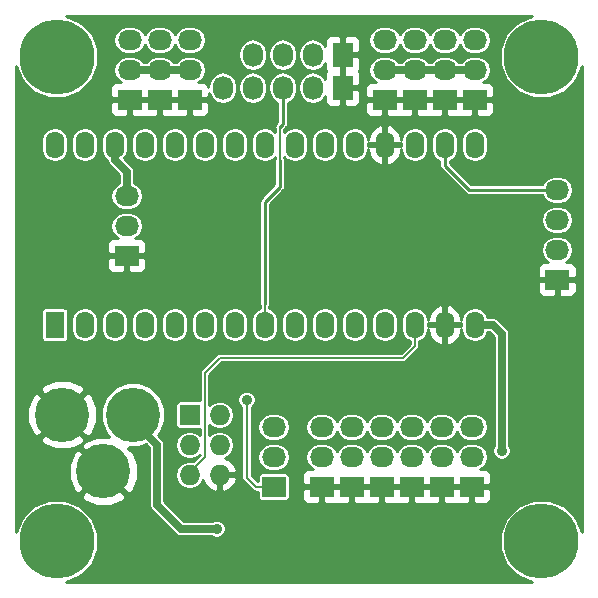
<source format=gbl>
G04 #@! TF.FileFunction,Copper,L2,Bot,Signal*
%FSLAX46Y46*%
G04 Gerber Fmt 4.6, Leading zero omitted, Abs format (unit mm)*
G04 Created by KiCad (PCBNEW 4.0.1-stable) date 3/13/2016 11:44:40 AM*
%MOMM*%
G01*
G04 APERTURE LIST*
%ADD10C,0.150000*%
%ADD11C,6.350000*%
%ADD12R,1.574800X2.286000*%
%ADD13O,1.574800X2.286000*%
%ADD14C,4.600000*%
%ADD15R,2.032000X1.727200*%
%ADD16O,2.032000X1.727200*%
%ADD17R,1.727200X1.727200*%
%ADD18O,1.727200X1.727200*%
%ADD19R,1.727200X2.032000*%
%ADD20O,1.727200X2.032000*%
%ADD21C,0.889000*%
%ADD22C,0.635000*%
%ADD23C,0.254000*%
%ADD24C,0.152400*%
%ADD25C,0.203200*%
G04 APERTURE END LIST*
D10*
D11*
X4000000Y-45000000D03*
X45000000Y-45000000D03*
X45000000Y-4000000D03*
X4000000Y-4000000D03*
D12*
X3810000Y-26670000D03*
D13*
X6350000Y-26670000D03*
X8890000Y-26670000D03*
X11430000Y-26670000D03*
X13970000Y-26670000D03*
X16510000Y-26670000D03*
X19050000Y-26670000D03*
X21590000Y-26670000D03*
X24130000Y-26670000D03*
X26670000Y-26670000D03*
X29210000Y-26670000D03*
X31750000Y-26670000D03*
X34290000Y-26670000D03*
X36830000Y-26670000D03*
X39370000Y-26670000D03*
X39370000Y-11430000D03*
X36830000Y-11430000D03*
X34290000Y-11430000D03*
X31750000Y-11430000D03*
X29210000Y-11430000D03*
X26670000Y-11430000D03*
X24130000Y-11430000D03*
X21590000Y-11430000D03*
X19050000Y-11430000D03*
X16510000Y-11430000D03*
X13970000Y-11430000D03*
X11430000Y-11430000D03*
X8890000Y-11430000D03*
X6350000Y-11430000D03*
X3810000Y-11430000D03*
D14*
X4445000Y-34290000D03*
X10445000Y-34290000D03*
X7945000Y-39090000D03*
D15*
X26416000Y-40386000D03*
D16*
X26416000Y-37846000D03*
X26416000Y-35306000D03*
D15*
X28956000Y-40386000D03*
D16*
X28956000Y-37846000D03*
X28956000Y-35306000D03*
D15*
X31496000Y-40386000D03*
D16*
X31496000Y-37846000D03*
X31496000Y-35306000D03*
D15*
X34036000Y-40386000D03*
D16*
X34036000Y-37846000D03*
X34036000Y-35306000D03*
D15*
X36576000Y-40386000D03*
D16*
X36576000Y-37846000D03*
X36576000Y-35306000D03*
D15*
X39116000Y-40386000D03*
D16*
X39116000Y-37846000D03*
X39116000Y-35306000D03*
D17*
X15240000Y-34290000D03*
D18*
X17780000Y-34290000D03*
X15240000Y-36830000D03*
X17780000Y-36830000D03*
X15240000Y-39370000D03*
X17780000Y-39370000D03*
D15*
X10160000Y-7620000D03*
D16*
X10160000Y-5080000D03*
X10160000Y-2540000D03*
D15*
X12700000Y-7620000D03*
D16*
X12700000Y-5080000D03*
X12700000Y-2540000D03*
D15*
X15240000Y-7620000D03*
D16*
X15240000Y-5080000D03*
X15240000Y-2540000D03*
D15*
X31750000Y-7620000D03*
D16*
X31750000Y-5080000D03*
X31750000Y-2540000D03*
D15*
X34290000Y-7620000D03*
D16*
X34290000Y-5080000D03*
X34290000Y-2540000D03*
D15*
X36830000Y-7620000D03*
D16*
X36830000Y-5080000D03*
X36830000Y-2540000D03*
D15*
X39370000Y-7620000D03*
D16*
X39370000Y-5080000D03*
X39370000Y-2540000D03*
D15*
X46355000Y-22860000D03*
D16*
X46355000Y-20320000D03*
X46355000Y-17780000D03*
X46355000Y-15240000D03*
D19*
X28194000Y-6604000D03*
D20*
X25654000Y-6604000D03*
X23114000Y-6604000D03*
X20574000Y-6604000D03*
X18034000Y-6604000D03*
D19*
X28194000Y-3810000D03*
D20*
X25654000Y-3810000D03*
X23114000Y-3810000D03*
X20574000Y-3810000D03*
D15*
X22352000Y-40386000D03*
D16*
X22352000Y-37846000D03*
X22352000Y-35306000D03*
D15*
X9906000Y-20828000D03*
D16*
X9906000Y-18288000D03*
X9906000Y-15748000D03*
D21*
X36576000Y-16510000D03*
X35052000Y-19558000D03*
X41656000Y-37338000D03*
X17526000Y-43942000D03*
X20066000Y-33020000D03*
D22*
X12700000Y-5080000D02*
X15240000Y-5080000D01*
X10160000Y-5080000D02*
X12700000Y-5080000D01*
X36830000Y-5080000D02*
X39370000Y-5080000D01*
X34290000Y-5080000D02*
X36830000Y-5080000D01*
X31750000Y-5080000D02*
X34290000Y-5080000D01*
X40894000Y-26670000D02*
X39370000Y-26670000D01*
X41656000Y-27432000D02*
X40894000Y-26670000D01*
X41656000Y-37338000D02*
X41656000Y-27432000D01*
X10445000Y-34290000D02*
X10445000Y-34829000D01*
X10445000Y-34829000D02*
X12446000Y-36830000D01*
X14478000Y-43942000D02*
X17526000Y-43942000D01*
X12446000Y-41910000D02*
X14478000Y-43942000D01*
X12446000Y-36830000D02*
X12446000Y-41910000D01*
D23*
X23114000Y-6604000D02*
X23114000Y-9652000D01*
X23114000Y-9652000D02*
X22860000Y-9906000D01*
X21590000Y-24892000D02*
X21590000Y-16256000D01*
X22860000Y-14986000D02*
X22860000Y-12700000D01*
X21590000Y-16256000D02*
X22860000Y-14986000D01*
D24*
X22860000Y-9906000D02*
X22860000Y-12700000D01*
X23114000Y-9652000D02*
X22860000Y-9906000D01*
X21590000Y-24892000D02*
X21590000Y-26670000D01*
X15240000Y-39370000D02*
X15240000Y-39116000D01*
X15240000Y-39116000D02*
X16510000Y-37846000D01*
X16510000Y-37846000D02*
X16510000Y-30734000D01*
X16510000Y-30734000D02*
X17780000Y-29464000D01*
X17780000Y-29464000D02*
X33274000Y-29464000D01*
X33274000Y-29464000D02*
X34290000Y-28448000D01*
X34290000Y-28448000D02*
X34290000Y-26670000D01*
D23*
X46355000Y-15240000D02*
X38862000Y-15240000D01*
X36830000Y-13208000D02*
X36830000Y-11430000D01*
X38862000Y-15240000D02*
X36830000Y-13208000D01*
D25*
X36830000Y-11430000D02*
X36830000Y-11938000D01*
D22*
X8890000Y-11430000D02*
X8890000Y-12700000D01*
X9906000Y-13716000D02*
X9906000Y-15748000D01*
X8890000Y-12700000D02*
X9906000Y-13716000D01*
D25*
X22352000Y-40386000D02*
X20828000Y-40386000D01*
X20066000Y-39624000D02*
X20066000Y-33020000D01*
X20828000Y-40386000D02*
X20066000Y-39624000D01*
D23*
G36*
X43017058Y-1026703D02*
X42030169Y-2011871D01*
X41495410Y-3299714D01*
X41494193Y-4694169D01*
X42026703Y-5982942D01*
X43011871Y-6969831D01*
X44299714Y-7504590D01*
X45694169Y-7505807D01*
X46982942Y-6973297D01*
X47969831Y-5988129D01*
X48479300Y-4761191D01*
X48479300Y-44241679D01*
X47973297Y-43017058D01*
X46988129Y-42030169D01*
X45700286Y-41495410D01*
X44305831Y-41494193D01*
X43017058Y-42026703D01*
X42030169Y-43011871D01*
X41495410Y-44299714D01*
X41494193Y-45694169D01*
X42026703Y-46982942D01*
X43011871Y-47969831D01*
X44238809Y-48479300D01*
X4758321Y-48479300D01*
X5982942Y-47973297D01*
X6969831Y-46988129D01*
X7504590Y-45700286D01*
X7505807Y-44305831D01*
X6973297Y-43017058D01*
X5988129Y-42030169D01*
X4700286Y-41495410D01*
X3305831Y-41494193D01*
X2017058Y-42026703D01*
X1030169Y-43011871D01*
X520700Y-44238809D01*
X520700Y-41181553D01*
X6033052Y-41181553D01*
X6290383Y-41583451D01*
X7370536Y-42026843D01*
X8538145Y-42023127D01*
X9599617Y-41583451D01*
X9856948Y-41181553D01*
X7945000Y-39269605D01*
X6033052Y-41181553D01*
X520700Y-41181553D01*
X520700Y-38515536D01*
X5008157Y-38515536D01*
X5011873Y-39683145D01*
X5451549Y-40744617D01*
X5853447Y-41001948D01*
X7765395Y-39090000D01*
X5853447Y-37178052D01*
X5451549Y-37435383D01*
X5008157Y-38515536D01*
X520700Y-38515536D01*
X520700Y-36381553D01*
X2533052Y-36381553D01*
X2790383Y-36783451D01*
X3870536Y-37226843D01*
X5038145Y-37223127D01*
X5580570Y-36998447D01*
X6033052Y-36998447D01*
X7945000Y-38910395D01*
X7959143Y-38896253D01*
X8138748Y-39075858D01*
X8124605Y-39090000D01*
X10036553Y-41001948D01*
X10438451Y-40744617D01*
X10881843Y-39664464D01*
X10878127Y-38496855D01*
X10438451Y-37435383D01*
X10036555Y-37178053D01*
X10149062Y-37065546D01*
X10105021Y-37021505D01*
X10986005Y-37022273D01*
X11507012Y-36806998D01*
X11798300Y-37098286D01*
X11798300Y-41910000D01*
X11847603Y-42157864D01*
X11988007Y-42367993D01*
X14020007Y-44399993D01*
X14230136Y-44540397D01*
X14478000Y-44589700D01*
X17077934Y-44589700D01*
X17086595Y-44598376D01*
X17371227Y-44716565D01*
X17679421Y-44716834D01*
X17964259Y-44599141D01*
X18182376Y-44381405D01*
X18300565Y-44096773D01*
X18300834Y-43788579D01*
X18183141Y-43503741D01*
X17965405Y-43285624D01*
X17680773Y-43167435D01*
X17372579Y-43167166D01*
X17087741Y-43284859D01*
X17078283Y-43294300D01*
X14746286Y-43294300D01*
X13093700Y-41641714D01*
X13093700Y-36830000D01*
X14022812Y-36830000D01*
X14113685Y-37286847D01*
X14372468Y-37674144D01*
X14759765Y-37932927D01*
X15216612Y-38023800D01*
X15263388Y-38023800D01*
X15720235Y-37932927D01*
X16103600Y-37676771D01*
X16103600Y-37677664D01*
X15548376Y-38232888D01*
X15263388Y-38176200D01*
X15216612Y-38176200D01*
X14759765Y-38267073D01*
X14372468Y-38525856D01*
X14113685Y-38913153D01*
X14022812Y-39370000D01*
X14113685Y-39826847D01*
X14372468Y-40214144D01*
X14759765Y-40472927D01*
X15216612Y-40563800D01*
X15263388Y-40563800D01*
X15720235Y-40472927D01*
X16107532Y-40214144D01*
X16365848Y-39827546D01*
X16497312Y-40144947D01*
X16891510Y-40576821D01*
X17420973Y-40824968D01*
X17653000Y-40704469D01*
X17653000Y-39497000D01*
X17907000Y-39497000D01*
X17907000Y-40704469D01*
X18139027Y-40824968D01*
X18668490Y-40576821D01*
X19062688Y-40144947D01*
X19234958Y-39729026D01*
X19113817Y-39497000D01*
X17907000Y-39497000D01*
X17653000Y-39497000D01*
X17633000Y-39497000D01*
X17633000Y-39243000D01*
X17653000Y-39243000D01*
X17653000Y-39223000D01*
X17907000Y-39223000D01*
X17907000Y-39243000D01*
X19113817Y-39243000D01*
X19234958Y-39010974D01*
X19062688Y-38595053D01*
X18668490Y-38163179D01*
X18201947Y-37944521D01*
X18260235Y-37932927D01*
X18647532Y-37674144D01*
X18906315Y-37286847D01*
X18997188Y-36830000D01*
X18906315Y-36373153D01*
X18647532Y-35985856D01*
X18260235Y-35727073D01*
X17803388Y-35636200D01*
X17756612Y-35636200D01*
X17299765Y-35727073D01*
X16916400Y-35983229D01*
X16916400Y-35136771D01*
X17299765Y-35392927D01*
X17756612Y-35483800D01*
X17803388Y-35483800D01*
X18260235Y-35392927D01*
X18647532Y-35134144D01*
X18906315Y-34746847D01*
X18997188Y-34290000D01*
X18906315Y-33833153D01*
X18647532Y-33445856D01*
X18260235Y-33187073D01*
X18191603Y-33173421D01*
X19291166Y-33173421D01*
X19408859Y-33458259D01*
X19626595Y-33676376D01*
X19634200Y-33679534D01*
X19634200Y-39624000D01*
X19667069Y-39789243D01*
X19760671Y-39929329D01*
X20522671Y-40691329D01*
X20662757Y-40784931D01*
X20690173Y-40790385D01*
X20828000Y-40817801D01*
X20828005Y-40817800D01*
X20999331Y-40817800D01*
X20999331Y-41249600D01*
X21022356Y-41371965D01*
X21094673Y-41484349D01*
X21205017Y-41559744D01*
X21336000Y-41586269D01*
X23368000Y-41586269D01*
X23490365Y-41563244D01*
X23602749Y-41490927D01*
X23678144Y-41380583D01*
X23704669Y-41249600D01*
X23704669Y-40671750D01*
X24765000Y-40671750D01*
X24765000Y-41375910D01*
X24861673Y-41609299D01*
X25040302Y-41787927D01*
X25273691Y-41884600D01*
X26130250Y-41884600D01*
X26289000Y-41725850D01*
X26289000Y-40513000D01*
X26543000Y-40513000D01*
X26543000Y-41725850D01*
X26701750Y-41884600D01*
X27558309Y-41884600D01*
X27686000Y-41831709D01*
X27813691Y-41884600D01*
X28670250Y-41884600D01*
X28829000Y-41725850D01*
X28829000Y-40513000D01*
X29083000Y-40513000D01*
X29083000Y-41725850D01*
X29241750Y-41884600D01*
X30098309Y-41884600D01*
X30226000Y-41831709D01*
X30353691Y-41884600D01*
X31210250Y-41884600D01*
X31369000Y-41725850D01*
X31369000Y-40513000D01*
X31623000Y-40513000D01*
X31623000Y-41725850D01*
X31781750Y-41884600D01*
X32638309Y-41884600D01*
X32766000Y-41831709D01*
X32893691Y-41884600D01*
X33750250Y-41884600D01*
X33909000Y-41725850D01*
X33909000Y-40513000D01*
X34163000Y-40513000D01*
X34163000Y-41725850D01*
X34321750Y-41884600D01*
X35178309Y-41884600D01*
X35306000Y-41831709D01*
X35433691Y-41884600D01*
X36290250Y-41884600D01*
X36449000Y-41725850D01*
X36449000Y-40513000D01*
X36703000Y-40513000D01*
X36703000Y-41725850D01*
X36861750Y-41884600D01*
X37718309Y-41884600D01*
X37846000Y-41831709D01*
X37973691Y-41884600D01*
X38830250Y-41884600D01*
X38989000Y-41725850D01*
X38989000Y-40513000D01*
X39243000Y-40513000D01*
X39243000Y-41725850D01*
X39401750Y-41884600D01*
X40258309Y-41884600D01*
X40491698Y-41787927D01*
X40670327Y-41609299D01*
X40767000Y-41375910D01*
X40767000Y-40671750D01*
X40608250Y-40513000D01*
X39243000Y-40513000D01*
X38989000Y-40513000D01*
X36703000Y-40513000D01*
X36449000Y-40513000D01*
X34163000Y-40513000D01*
X33909000Y-40513000D01*
X31623000Y-40513000D01*
X31369000Y-40513000D01*
X29083000Y-40513000D01*
X28829000Y-40513000D01*
X26543000Y-40513000D01*
X26289000Y-40513000D01*
X24923750Y-40513000D01*
X24765000Y-40671750D01*
X23704669Y-40671750D01*
X23704669Y-39522400D01*
X23681644Y-39400035D01*
X23679106Y-39396090D01*
X24765000Y-39396090D01*
X24765000Y-40100250D01*
X24923750Y-40259000D01*
X26289000Y-40259000D01*
X26289000Y-40239000D01*
X26543000Y-40239000D01*
X26543000Y-40259000D01*
X28829000Y-40259000D01*
X28829000Y-40239000D01*
X29083000Y-40239000D01*
X29083000Y-40259000D01*
X31369000Y-40259000D01*
X31369000Y-40239000D01*
X31623000Y-40239000D01*
X31623000Y-40259000D01*
X33909000Y-40259000D01*
X33909000Y-40239000D01*
X34163000Y-40239000D01*
X34163000Y-40259000D01*
X36449000Y-40259000D01*
X36449000Y-40239000D01*
X36703000Y-40239000D01*
X36703000Y-40259000D01*
X38989000Y-40259000D01*
X38989000Y-40239000D01*
X39243000Y-40239000D01*
X39243000Y-40259000D01*
X40608250Y-40259000D01*
X40767000Y-40100250D01*
X40767000Y-39396090D01*
X40670327Y-39162701D01*
X40491698Y-38984073D01*
X40258309Y-38887400D01*
X39843703Y-38887400D01*
X40138918Y-38690144D01*
X40397701Y-38302847D01*
X40488574Y-37846000D01*
X40397701Y-37389153D01*
X40138918Y-37001856D01*
X39751621Y-36743073D01*
X39294774Y-36652200D01*
X38937226Y-36652200D01*
X38480379Y-36743073D01*
X38093082Y-37001856D01*
X37846000Y-37371641D01*
X37598918Y-37001856D01*
X37211621Y-36743073D01*
X36754774Y-36652200D01*
X36397226Y-36652200D01*
X35940379Y-36743073D01*
X35553082Y-37001856D01*
X35306000Y-37371641D01*
X35058918Y-37001856D01*
X34671621Y-36743073D01*
X34214774Y-36652200D01*
X33857226Y-36652200D01*
X33400379Y-36743073D01*
X33013082Y-37001856D01*
X32766000Y-37371641D01*
X32518918Y-37001856D01*
X32131621Y-36743073D01*
X31674774Y-36652200D01*
X31317226Y-36652200D01*
X30860379Y-36743073D01*
X30473082Y-37001856D01*
X30226000Y-37371641D01*
X29978918Y-37001856D01*
X29591621Y-36743073D01*
X29134774Y-36652200D01*
X28777226Y-36652200D01*
X28320379Y-36743073D01*
X27933082Y-37001856D01*
X27686000Y-37371641D01*
X27438918Y-37001856D01*
X27051621Y-36743073D01*
X26594774Y-36652200D01*
X26237226Y-36652200D01*
X25780379Y-36743073D01*
X25393082Y-37001856D01*
X25134299Y-37389153D01*
X25043426Y-37846000D01*
X25134299Y-38302847D01*
X25393082Y-38690144D01*
X25688297Y-38887400D01*
X25273691Y-38887400D01*
X25040302Y-38984073D01*
X24861673Y-39162701D01*
X24765000Y-39396090D01*
X23679106Y-39396090D01*
X23609327Y-39287651D01*
X23498983Y-39212256D01*
X23368000Y-39185731D01*
X21336000Y-39185731D01*
X21213635Y-39208756D01*
X21101251Y-39281073D01*
X21025856Y-39391417D01*
X20999331Y-39522400D01*
X20999331Y-39946673D01*
X20497800Y-39445142D01*
X20497800Y-37846000D01*
X20979426Y-37846000D01*
X21070299Y-38302847D01*
X21329082Y-38690144D01*
X21716379Y-38948927D01*
X22173226Y-39039800D01*
X22530774Y-39039800D01*
X22987621Y-38948927D01*
X23374918Y-38690144D01*
X23633701Y-38302847D01*
X23724574Y-37846000D01*
X23633701Y-37389153D01*
X23374918Y-37001856D01*
X22987621Y-36743073D01*
X22530774Y-36652200D01*
X22173226Y-36652200D01*
X21716379Y-36743073D01*
X21329082Y-37001856D01*
X21070299Y-37389153D01*
X20979426Y-37846000D01*
X20497800Y-37846000D01*
X20497800Y-35306000D01*
X20979426Y-35306000D01*
X21070299Y-35762847D01*
X21329082Y-36150144D01*
X21716379Y-36408927D01*
X22173226Y-36499800D01*
X22530774Y-36499800D01*
X22987621Y-36408927D01*
X23374918Y-36150144D01*
X23633701Y-35762847D01*
X23724574Y-35306000D01*
X25043426Y-35306000D01*
X25134299Y-35762847D01*
X25393082Y-36150144D01*
X25780379Y-36408927D01*
X26237226Y-36499800D01*
X26594774Y-36499800D01*
X27051621Y-36408927D01*
X27438918Y-36150144D01*
X27686000Y-35780359D01*
X27933082Y-36150144D01*
X28320379Y-36408927D01*
X28777226Y-36499800D01*
X29134774Y-36499800D01*
X29591621Y-36408927D01*
X29978918Y-36150144D01*
X30226000Y-35780359D01*
X30473082Y-36150144D01*
X30860379Y-36408927D01*
X31317226Y-36499800D01*
X31674774Y-36499800D01*
X32131621Y-36408927D01*
X32518918Y-36150144D01*
X32766000Y-35780359D01*
X33013082Y-36150144D01*
X33400379Y-36408927D01*
X33857226Y-36499800D01*
X34214774Y-36499800D01*
X34671621Y-36408927D01*
X35058918Y-36150144D01*
X35306000Y-35780359D01*
X35553082Y-36150144D01*
X35940379Y-36408927D01*
X36397226Y-36499800D01*
X36754774Y-36499800D01*
X37211621Y-36408927D01*
X37598918Y-36150144D01*
X37846000Y-35780359D01*
X38093082Y-36150144D01*
X38480379Y-36408927D01*
X38937226Y-36499800D01*
X39294774Y-36499800D01*
X39751621Y-36408927D01*
X40138918Y-36150144D01*
X40397701Y-35762847D01*
X40488574Y-35306000D01*
X40397701Y-34849153D01*
X40138918Y-34461856D01*
X39751621Y-34203073D01*
X39294774Y-34112200D01*
X38937226Y-34112200D01*
X38480379Y-34203073D01*
X38093082Y-34461856D01*
X37846000Y-34831641D01*
X37598918Y-34461856D01*
X37211621Y-34203073D01*
X36754774Y-34112200D01*
X36397226Y-34112200D01*
X35940379Y-34203073D01*
X35553082Y-34461856D01*
X35306000Y-34831641D01*
X35058918Y-34461856D01*
X34671621Y-34203073D01*
X34214774Y-34112200D01*
X33857226Y-34112200D01*
X33400379Y-34203073D01*
X33013082Y-34461856D01*
X32766000Y-34831641D01*
X32518918Y-34461856D01*
X32131621Y-34203073D01*
X31674774Y-34112200D01*
X31317226Y-34112200D01*
X30860379Y-34203073D01*
X30473082Y-34461856D01*
X30226000Y-34831641D01*
X29978918Y-34461856D01*
X29591621Y-34203073D01*
X29134774Y-34112200D01*
X28777226Y-34112200D01*
X28320379Y-34203073D01*
X27933082Y-34461856D01*
X27686000Y-34831641D01*
X27438918Y-34461856D01*
X27051621Y-34203073D01*
X26594774Y-34112200D01*
X26237226Y-34112200D01*
X25780379Y-34203073D01*
X25393082Y-34461856D01*
X25134299Y-34849153D01*
X25043426Y-35306000D01*
X23724574Y-35306000D01*
X23633701Y-34849153D01*
X23374918Y-34461856D01*
X22987621Y-34203073D01*
X22530774Y-34112200D01*
X22173226Y-34112200D01*
X21716379Y-34203073D01*
X21329082Y-34461856D01*
X21070299Y-34849153D01*
X20979426Y-35306000D01*
X20497800Y-35306000D01*
X20497800Y-33679810D01*
X20504259Y-33677141D01*
X20722376Y-33459405D01*
X20840565Y-33174773D01*
X20840834Y-32866579D01*
X20723141Y-32581741D01*
X20505405Y-32363624D01*
X20220773Y-32245435D01*
X19912579Y-32245166D01*
X19627741Y-32362859D01*
X19409624Y-32580595D01*
X19291435Y-32865227D01*
X19291166Y-33173421D01*
X18191603Y-33173421D01*
X17803388Y-33096200D01*
X17756612Y-33096200D01*
X17299765Y-33187073D01*
X16916400Y-33443229D01*
X16916400Y-30902336D01*
X17948336Y-29870400D01*
X33274000Y-29870400D01*
X33429523Y-29839465D01*
X33561368Y-29751368D01*
X34577368Y-28735368D01*
X34665465Y-28603523D01*
X34696400Y-28448000D01*
X34696400Y-28091224D01*
X34717687Y-28086990D01*
X35080263Y-27844725D01*
X35322528Y-27482149D01*
X35407600Y-27054462D01*
X35407600Y-27152600D01*
X35564475Y-27687262D01*
X35914014Y-28121191D01*
X36403004Y-28388327D01*
X36482940Y-28405010D01*
X36703000Y-28282852D01*
X36703000Y-26797000D01*
X35407600Y-26797000D01*
X35407600Y-26543000D01*
X36703000Y-26543000D01*
X36703000Y-25057148D01*
X36957000Y-25057148D01*
X36957000Y-26543000D01*
X38252400Y-26543000D01*
X38252400Y-26797000D01*
X36957000Y-26797000D01*
X36957000Y-28282852D01*
X37177060Y-28405010D01*
X37256996Y-28388327D01*
X37745986Y-28121191D01*
X38095525Y-27687262D01*
X38252400Y-27152600D01*
X38252400Y-27054462D01*
X38337472Y-27482149D01*
X38579737Y-27844725D01*
X38942313Y-28086990D01*
X39370000Y-28172062D01*
X39797687Y-28086990D01*
X40160263Y-27844725D01*
X40402528Y-27482149D01*
X40435239Y-27317700D01*
X40625714Y-27317700D01*
X41008300Y-27700286D01*
X41008300Y-36889934D01*
X40999624Y-36898595D01*
X40881435Y-37183227D01*
X40881166Y-37491421D01*
X40998859Y-37776259D01*
X41216595Y-37994376D01*
X41501227Y-38112565D01*
X41809421Y-38112834D01*
X42094259Y-37995141D01*
X42312376Y-37777405D01*
X42430565Y-37492773D01*
X42430834Y-37184579D01*
X42313141Y-36899741D01*
X42303700Y-36890283D01*
X42303700Y-27432000D01*
X42254397Y-27184136D01*
X42113993Y-26974007D01*
X41351993Y-26212007D01*
X41141864Y-26071603D01*
X40894000Y-26022300D01*
X40435239Y-26022300D01*
X40402528Y-25857851D01*
X40160263Y-25495275D01*
X39797687Y-25253010D01*
X39370000Y-25167938D01*
X38942313Y-25253010D01*
X38579737Y-25495275D01*
X38337472Y-25857851D01*
X38252400Y-26285538D01*
X38252400Y-26187400D01*
X38095525Y-25652738D01*
X37745986Y-25218809D01*
X37256996Y-24951673D01*
X37177060Y-24934990D01*
X36957000Y-25057148D01*
X36703000Y-25057148D01*
X36482940Y-24934990D01*
X36403004Y-24951673D01*
X35914014Y-25218809D01*
X35564475Y-25652738D01*
X35407600Y-26187400D01*
X35407600Y-26285538D01*
X35322528Y-25857851D01*
X35080263Y-25495275D01*
X34717687Y-25253010D01*
X34290000Y-25167938D01*
X33862313Y-25253010D01*
X33499737Y-25495275D01*
X33257472Y-25857851D01*
X33172400Y-26285538D01*
X33172400Y-27054462D01*
X33257472Y-27482149D01*
X33499737Y-27844725D01*
X33862313Y-28086990D01*
X33883600Y-28091224D01*
X33883600Y-28279664D01*
X33105664Y-29057600D01*
X17780000Y-29057600D01*
X17624477Y-29088535D01*
X17492632Y-29176632D01*
X16222632Y-30446632D01*
X16134535Y-30578477D01*
X16103600Y-30734000D01*
X16103600Y-33089731D01*
X14376400Y-33089731D01*
X14254035Y-33112756D01*
X14141651Y-33185073D01*
X14066256Y-33295417D01*
X14039731Y-33426400D01*
X14039731Y-35153600D01*
X14062756Y-35275965D01*
X14135073Y-35388349D01*
X14245417Y-35463744D01*
X14376400Y-35490269D01*
X16103600Y-35490269D01*
X16103600Y-35983229D01*
X15720235Y-35727073D01*
X15263388Y-35636200D01*
X15216612Y-35636200D01*
X14759765Y-35727073D01*
X14372468Y-35985856D01*
X14113685Y-36373153D01*
X14022812Y-36830000D01*
X13093700Y-36830000D01*
X13044397Y-36582136D01*
X13044397Y-36582135D01*
X12903993Y-36372007D01*
X12565333Y-36033347D01*
X12759557Y-35839461D01*
X13176325Y-34835773D01*
X13177273Y-33748995D01*
X12762258Y-32744581D01*
X11994461Y-31975443D01*
X10990773Y-31558675D01*
X9903995Y-31557727D01*
X8899581Y-31972742D01*
X8130443Y-32740539D01*
X7713675Y-33744227D01*
X7712727Y-34831005D01*
X8127742Y-35835419D01*
X8445162Y-36153393D01*
X7351855Y-36156873D01*
X6290383Y-36596549D01*
X6033052Y-36998447D01*
X5580570Y-36998447D01*
X6099617Y-36783451D01*
X6356948Y-36381553D01*
X4445000Y-34469605D01*
X2533052Y-36381553D01*
X520700Y-36381553D01*
X520700Y-33715536D01*
X1508157Y-33715536D01*
X1511873Y-34883145D01*
X1951549Y-35944617D01*
X2353447Y-36201948D01*
X4265395Y-34290000D01*
X4624605Y-34290000D01*
X6536553Y-36201948D01*
X6938451Y-35944617D01*
X7381843Y-34864464D01*
X7378127Y-33696855D01*
X6938451Y-32635383D01*
X6536553Y-32378052D01*
X4624605Y-34290000D01*
X4265395Y-34290000D01*
X2353447Y-32378052D01*
X1951549Y-32635383D01*
X1508157Y-33715536D01*
X520700Y-33715536D01*
X520700Y-32198447D01*
X2533052Y-32198447D01*
X4445000Y-34110395D01*
X6356948Y-32198447D01*
X6099617Y-31796549D01*
X5019464Y-31353157D01*
X3851855Y-31356873D01*
X2790383Y-31796549D01*
X2533052Y-32198447D01*
X520700Y-32198447D01*
X520700Y-25527000D01*
X2685931Y-25527000D01*
X2685931Y-27813000D01*
X2708956Y-27935365D01*
X2781273Y-28047749D01*
X2891617Y-28123144D01*
X3022600Y-28149669D01*
X4597400Y-28149669D01*
X4719765Y-28126644D01*
X4832149Y-28054327D01*
X4907544Y-27943983D01*
X4934069Y-27813000D01*
X4934069Y-26285538D01*
X5232400Y-26285538D01*
X5232400Y-27054462D01*
X5317472Y-27482149D01*
X5559737Y-27844725D01*
X5922313Y-28086990D01*
X6350000Y-28172062D01*
X6777687Y-28086990D01*
X7140263Y-27844725D01*
X7382528Y-27482149D01*
X7467600Y-27054462D01*
X7467600Y-26285538D01*
X7772400Y-26285538D01*
X7772400Y-27054462D01*
X7857472Y-27482149D01*
X8099737Y-27844725D01*
X8462313Y-28086990D01*
X8890000Y-28172062D01*
X9317687Y-28086990D01*
X9680263Y-27844725D01*
X9922528Y-27482149D01*
X10007600Y-27054462D01*
X10007600Y-26285538D01*
X10312400Y-26285538D01*
X10312400Y-27054462D01*
X10397472Y-27482149D01*
X10639737Y-27844725D01*
X11002313Y-28086990D01*
X11430000Y-28172062D01*
X11857687Y-28086990D01*
X12220263Y-27844725D01*
X12462528Y-27482149D01*
X12547600Y-27054462D01*
X12547600Y-26285538D01*
X12852400Y-26285538D01*
X12852400Y-27054462D01*
X12937472Y-27482149D01*
X13179737Y-27844725D01*
X13542313Y-28086990D01*
X13970000Y-28172062D01*
X14397687Y-28086990D01*
X14760263Y-27844725D01*
X15002528Y-27482149D01*
X15087600Y-27054462D01*
X15087600Y-26285538D01*
X15392400Y-26285538D01*
X15392400Y-27054462D01*
X15477472Y-27482149D01*
X15719737Y-27844725D01*
X16082313Y-28086990D01*
X16510000Y-28172062D01*
X16937687Y-28086990D01*
X17300263Y-27844725D01*
X17542528Y-27482149D01*
X17627600Y-27054462D01*
X17627600Y-26285538D01*
X17932400Y-26285538D01*
X17932400Y-27054462D01*
X18017472Y-27482149D01*
X18259737Y-27844725D01*
X18622313Y-28086990D01*
X19050000Y-28172062D01*
X19477687Y-28086990D01*
X19840263Y-27844725D01*
X20082528Y-27482149D01*
X20167600Y-27054462D01*
X20167600Y-26285538D01*
X20082528Y-25857851D01*
X19840263Y-25495275D01*
X19477687Y-25253010D01*
X19050000Y-25167938D01*
X18622313Y-25253010D01*
X18259737Y-25495275D01*
X18017472Y-25857851D01*
X17932400Y-26285538D01*
X17627600Y-26285538D01*
X17542528Y-25857851D01*
X17300263Y-25495275D01*
X16937687Y-25253010D01*
X16510000Y-25167938D01*
X16082313Y-25253010D01*
X15719737Y-25495275D01*
X15477472Y-25857851D01*
X15392400Y-26285538D01*
X15087600Y-26285538D01*
X15002528Y-25857851D01*
X14760263Y-25495275D01*
X14397687Y-25253010D01*
X13970000Y-25167938D01*
X13542313Y-25253010D01*
X13179737Y-25495275D01*
X12937472Y-25857851D01*
X12852400Y-26285538D01*
X12547600Y-26285538D01*
X12462528Y-25857851D01*
X12220263Y-25495275D01*
X11857687Y-25253010D01*
X11430000Y-25167938D01*
X11002313Y-25253010D01*
X10639737Y-25495275D01*
X10397472Y-25857851D01*
X10312400Y-26285538D01*
X10007600Y-26285538D01*
X9922528Y-25857851D01*
X9680263Y-25495275D01*
X9317687Y-25253010D01*
X8890000Y-25167938D01*
X8462313Y-25253010D01*
X8099737Y-25495275D01*
X7857472Y-25857851D01*
X7772400Y-26285538D01*
X7467600Y-26285538D01*
X7382528Y-25857851D01*
X7140263Y-25495275D01*
X6777687Y-25253010D01*
X6350000Y-25167938D01*
X5922313Y-25253010D01*
X5559737Y-25495275D01*
X5317472Y-25857851D01*
X5232400Y-26285538D01*
X4934069Y-26285538D01*
X4934069Y-25527000D01*
X4911044Y-25404635D01*
X4838727Y-25292251D01*
X4728383Y-25216856D01*
X4597400Y-25190331D01*
X3022600Y-25190331D01*
X2900235Y-25213356D01*
X2787851Y-25285673D01*
X2712456Y-25396017D01*
X2685931Y-25527000D01*
X520700Y-25527000D01*
X520700Y-21113750D01*
X8255000Y-21113750D01*
X8255000Y-21817910D01*
X8351673Y-22051299D01*
X8530302Y-22229927D01*
X8763691Y-22326600D01*
X9620250Y-22326600D01*
X9779000Y-22167850D01*
X9779000Y-20955000D01*
X10033000Y-20955000D01*
X10033000Y-22167850D01*
X10191750Y-22326600D01*
X11048309Y-22326600D01*
X11281698Y-22229927D01*
X11460327Y-22051299D01*
X11557000Y-21817910D01*
X11557000Y-21113750D01*
X11398250Y-20955000D01*
X10033000Y-20955000D01*
X9779000Y-20955000D01*
X8413750Y-20955000D01*
X8255000Y-21113750D01*
X520700Y-21113750D01*
X520700Y-19838090D01*
X8255000Y-19838090D01*
X8255000Y-20542250D01*
X8413750Y-20701000D01*
X9779000Y-20701000D01*
X9779000Y-20681000D01*
X10033000Y-20681000D01*
X10033000Y-20701000D01*
X11398250Y-20701000D01*
X11557000Y-20542250D01*
X11557000Y-19838090D01*
X11460327Y-19604701D01*
X11281698Y-19426073D01*
X11048309Y-19329400D01*
X10633703Y-19329400D01*
X10928918Y-19132144D01*
X11187701Y-18744847D01*
X11278574Y-18288000D01*
X11187701Y-17831153D01*
X10928918Y-17443856D01*
X10541621Y-17185073D01*
X10084774Y-17094200D01*
X9727226Y-17094200D01*
X9270379Y-17185073D01*
X8883082Y-17443856D01*
X8624299Y-17831153D01*
X8533426Y-18288000D01*
X8624299Y-18744847D01*
X8883082Y-19132144D01*
X9178297Y-19329400D01*
X8763691Y-19329400D01*
X8530302Y-19426073D01*
X8351673Y-19604701D01*
X8255000Y-19838090D01*
X520700Y-19838090D01*
X520700Y-11045538D01*
X2692400Y-11045538D01*
X2692400Y-11814462D01*
X2777472Y-12242149D01*
X3019737Y-12604725D01*
X3382313Y-12846990D01*
X3810000Y-12932062D01*
X4237687Y-12846990D01*
X4600263Y-12604725D01*
X4842528Y-12242149D01*
X4927600Y-11814462D01*
X4927600Y-11045538D01*
X5232400Y-11045538D01*
X5232400Y-11814462D01*
X5317472Y-12242149D01*
X5559737Y-12604725D01*
X5922313Y-12846990D01*
X6350000Y-12932062D01*
X6777687Y-12846990D01*
X7140263Y-12604725D01*
X7382528Y-12242149D01*
X7467600Y-11814462D01*
X7467600Y-11045538D01*
X7772400Y-11045538D01*
X7772400Y-11814462D01*
X7857472Y-12242149D01*
X8099737Y-12604725D01*
X8242300Y-12699982D01*
X8242300Y-12700000D01*
X8291603Y-12947864D01*
X8432007Y-13157993D01*
X9258300Y-13984286D01*
X9258300Y-14653144D01*
X8883082Y-14903856D01*
X8624299Y-15291153D01*
X8533426Y-15748000D01*
X8624299Y-16204847D01*
X8883082Y-16592144D01*
X9270379Y-16850927D01*
X9727226Y-16941800D01*
X10084774Y-16941800D01*
X10541621Y-16850927D01*
X10928918Y-16592144D01*
X11187701Y-16204847D01*
X11278574Y-15748000D01*
X11187701Y-15291153D01*
X10928918Y-14903856D01*
X10553700Y-14653144D01*
X10553700Y-13716000D01*
X10504397Y-13468136D01*
X10363993Y-13258007D01*
X9692459Y-12586473D01*
X9922528Y-12242149D01*
X10007600Y-11814462D01*
X10007600Y-11045538D01*
X10312400Y-11045538D01*
X10312400Y-11814462D01*
X10397472Y-12242149D01*
X10639737Y-12604725D01*
X11002313Y-12846990D01*
X11430000Y-12932062D01*
X11857687Y-12846990D01*
X12220263Y-12604725D01*
X12462528Y-12242149D01*
X12547600Y-11814462D01*
X12547600Y-11045538D01*
X12852400Y-11045538D01*
X12852400Y-11814462D01*
X12937472Y-12242149D01*
X13179737Y-12604725D01*
X13542313Y-12846990D01*
X13970000Y-12932062D01*
X14397687Y-12846990D01*
X14760263Y-12604725D01*
X15002528Y-12242149D01*
X15087600Y-11814462D01*
X15087600Y-11045538D01*
X15392400Y-11045538D01*
X15392400Y-11814462D01*
X15477472Y-12242149D01*
X15719737Y-12604725D01*
X16082313Y-12846990D01*
X16510000Y-12932062D01*
X16937687Y-12846990D01*
X17300263Y-12604725D01*
X17542528Y-12242149D01*
X17627600Y-11814462D01*
X17627600Y-11045538D01*
X17932400Y-11045538D01*
X17932400Y-11814462D01*
X18017472Y-12242149D01*
X18259737Y-12604725D01*
X18622313Y-12846990D01*
X19050000Y-12932062D01*
X19477687Y-12846990D01*
X19840263Y-12604725D01*
X20082528Y-12242149D01*
X20167600Y-11814462D01*
X20167600Y-11045538D01*
X20472400Y-11045538D01*
X20472400Y-11814462D01*
X20557472Y-12242149D01*
X20799737Y-12604725D01*
X21162313Y-12846990D01*
X21590000Y-12932062D01*
X22017687Y-12846990D01*
X22380263Y-12604725D01*
X22453600Y-12494968D01*
X22453600Y-12501094D01*
X22437602Y-12525037D01*
X22402800Y-12700000D01*
X22402800Y-14796622D01*
X21266711Y-15932711D01*
X21167602Y-16081037D01*
X21132800Y-16256000D01*
X21132800Y-24892000D01*
X21167602Y-25066963D01*
X21183600Y-25090906D01*
X21183600Y-25248776D01*
X21162313Y-25253010D01*
X20799737Y-25495275D01*
X20557472Y-25857851D01*
X20472400Y-26285538D01*
X20472400Y-27054462D01*
X20557472Y-27482149D01*
X20799737Y-27844725D01*
X21162313Y-28086990D01*
X21590000Y-28172062D01*
X22017687Y-28086990D01*
X22380263Y-27844725D01*
X22622528Y-27482149D01*
X22707600Y-27054462D01*
X22707600Y-26285538D01*
X23012400Y-26285538D01*
X23012400Y-27054462D01*
X23097472Y-27482149D01*
X23339737Y-27844725D01*
X23702313Y-28086990D01*
X24130000Y-28172062D01*
X24557687Y-28086990D01*
X24920263Y-27844725D01*
X25162528Y-27482149D01*
X25247600Y-27054462D01*
X25247600Y-26285538D01*
X25552400Y-26285538D01*
X25552400Y-27054462D01*
X25637472Y-27482149D01*
X25879737Y-27844725D01*
X26242313Y-28086990D01*
X26670000Y-28172062D01*
X27097687Y-28086990D01*
X27460263Y-27844725D01*
X27702528Y-27482149D01*
X27787600Y-27054462D01*
X27787600Y-26285538D01*
X28092400Y-26285538D01*
X28092400Y-27054462D01*
X28177472Y-27482149D01*
X28419737Y-27844725D01*
X28782313Y-28086990D01*
X29210000Y-28172062D01*
X29637687Y-28086990D01*
X30000263Y-27844725D01*
X30242528Y-27482149D01*
X30327600Y-27054462D01*
X30327600Y-26285538D01*
X30632400Y-26285538D01*
X30632400Y-27054462D01*
X30717472Y-27482149D01*
X30959737Y-27844725D01*
X31322313Y-28086990D01*
X31750000Y-28172062D01*
X32177687Y-28086990D01*
X32540263Y-27844725D01*
X32782528Y-27482149D01*
X32867600Y-27054462D01*
X32867600Y-26285538D01*
X32782528Y-25857851D01*
X32540263Y-25495275D01*
X32177687Y-25253010D01*
X31750000Y-25167938D01*
X31322313Y-25253010D01*
X30959737Y-25495275D01*
X30717472Y-25857851D01*
X30632400Y-26285538D01*
X30327600Y-26285538D01*
X30242528Y-25857851D01*
X30000263Y-25495275D01*
X29637687Y-25253010D01*
X29210000Y-25167938D01*
X28782313Y-25253010D01*
X28419737Y-25495275D01*
X28177472Y-25857851D01*
X28092400Y-26285538D01*
X27787600Y-26285538D01*
X27702528Y-25857851D01*
X27460263Y-25495275D01*
X27097687Y-25253010D01*
X26670000Y-25167938D01*
X26242313Y-25253010D01*
X25879737Y-25495275D01*
X25637472Y-25857851D01*
X25552400Y-26285538D01*
X25247600Y-26285538D01*
X25162528Y-25857851D01*
X24920263Y-25495275D01*
X24557687Y-25253010D01*
X24130000Y-25167938D01*
X23702313Y-25253010D01*
X23339737Y-25495275D01*
X23097472Y-25857851D01*
X23012400Y-26285538D01*
X22707600Y-26285538D01*
X22622528Y-25857851D01*
X22380263Y-25495275D01*
X22017687Y-25253010D01*
X21996400Y-25248776D01*
X21996400Y-25090906D01*
X22012398Y-25066963D01*
X22047200Y-24892000D01*
X22047200Y-23145750D01*
X44704000Y-23145750D01*
X44704000Y-23849910D01*
X44800673Y-24083299D01*
X44979302Y-24261927D01*
X45212691Y-24358600D01*
X46069250Y-24358600D01*
X46228000Y-24199850D01*
X46228000Y-22987000D01*
X46482000Y-22987000D01*
X46482000Y-24199850D01*
X46640750Y-24358600D01*
X47497309Y-24358600D01*
X47730698Y-24261927D01*
X47909327Y-24083299D01*
X48006000Y-23849910D01*
X48006000Y-23145750D01*
X47847250Y-22987000D01*
X46482000Y-22987000D01*
X46228000Y-22987000D01*
X44862750Y-22987000D01*
X44704000Y-23145750D01*
X22047200Y-23145750D01*
X22047200Y-21870090D01*
X44704000Y-21870090D01*
X44704000Y-22574250D01*
X44862750Y-22733000D01*
X46228000Y-22733000D01*
X46228000Y-22713000D01*
X46482000Y-22713000D01*
X46482000Y-22733000D01*
X47847250Y-22733000D01*
X48006000Y-22574250D01*
X48006000Y-21870090D01*
X47909327Y-21636701D01*
X47730698Y-21458073D01*
X47497309Y-21361400D01*
X47082703Y-21361400D01*
X47377918Y-21164144D01*
X47636701Y-20776847D01*
X47727574Y-20320000D01*
X47636701Y-19863153D01*
X47377918Y-19475856D01*
X46990621Y-19217073D01*
X46533774Y-19126200D01*
X46176226Y-19126200D01*
X45719379Y-19217073D01*
X45332082Y-19475856D01*
X45073299Y-19863153D01*
X44982426Y-20320000D01*
X45073299Y-20776847D01*
X45332082Y-21164144D01*
X45627297Y-21361400D01*
X45212691Y-21361400D01*
X44979302Y-21458073D01*
X44800673Y-21636701D01*
X44704000Y-21870090D01*
X22047200Y-21870090D01*
X22047200Y-17780000D01*
X44982426Y-17780000D01*
X45073299Y-18236847D01*
X45332082Y-18624144D01*
X45719379Y-18882927D01*
X46176226Y-18973800D01*
X46533774Y-18973800D01*
X46990621Y-18882927D01*
X47377918Y-18624144D01*
X47636701Y-18236847D01*
X47727574Y-17780000D01*
X47636701Y-17323153D01*
X47377918Y-16935856D01*
X46990621Y-16677073D01*
X46533774Y-16586200D01*
X46176226Y-16586200D01*
X45719379Y-16677073D01*
X45332082Y-16935856D01*
X45073299Y-17323153D01*
X44982426Y-17780000D01*
X22047200Y-17780000D01*
X22047200Y-16445378D01*
X23183289Y-15309289D01*
X23282398Y-15160963D01*
X23317200Y-14986000D01*
X23317200Y-12700000D01*
X23282398Y-12525037D01*
X23266400Y-12501094D01*
X23266400Y-12494968D01*
X23339737Y-12604725D01*
X23702313Y-12846990D01*
X24130000Y-12932062D01*
X24557687Y-12846990D01*
X24920263Y-12604725D01*
X25162528Y-12242149D01*
X25247600Y-11814462D01*
X25247600Y-11045538D01*
X25552400Y-11045538D01*
X25552400Y-11814462D01*
X25637472Y-12242149D01*
X25879737Y-12604725D01*
X26242313Y-12846990D01*
X26670000Y-12932062D01*
X27097687Y-12846990D01*
X27460263Y-12604725D01*
X27702528Y-12242149D01*
X27787600Y-11814462D01*
X27787600Y-11045538D01*
X28092400Y-11045538D01*
X28092400Y-11814462D01*
X28177472Y-12242149D01*
X28419737Y-12604725D01*
X28782313Y-12846990D01*
X29210000Y-12932062D01*
X29637687Y-12846990D01*
X30000263Y-12604725D01*
X30242528Y-12242149D01*
X30327600Y-11814462D01*
X30327600Y-11912600D01*
X30484475Y-12447262D01*
X30834014Y-12881191D01*
X31323004Y-13148327D01*
X31402940Y-13165010D01*
X31623000Y-13042852D01*
X31623000Y-11557000D01*
X30327600Y-11557000D01*
X30327600Y-11303000D01*
X31623000Y-11303000D01*
X31623000Y-9817148D01*
X31877000Y-9817148D01*
X31877000Y-11303000D01*
X33172400Y-11303000D01*
X33172400Y-11557000D01*
X31877000Y-11557000D01*
X31877000Y-13042852D01*
X32097060Y-13165010D01*
X32176996Y-13148327D01*
X32665986Y-12881191D01*
X33015525Y-12447262D01*
X33172400Y-11912600D01*
X33172400Y-11814462D01*
X33257472Y-12242149D01*
X33499737Y-12604725D01*
X33862313Y-12846990D01*
X34290000Y-12932062D01*
X34717687Y-12846990D01*
X35080263Y-12604725D01*
X35322528Y-12242149D01*
X35407600Y-11814462D01*
X35407600Y-11045538D01*
X35712400Y-11045538D01*
X35712400Y-11814462D01*
X35797472Y-12242149D01*
X36039737Y-12604725D01*
X36372800Y-12827270D01*
X36372800Y-13208000D01*
X36407602Y-13382963D01*
X36506711Y-13531289D01*
X38538711Y-15563289D01*
X38687037Y-15662398D01*
X38862000Y-15697200D01*
X45073535Y-15697200D01*
X45332082Y-16084144D01*
X45719379Y-16342927D01*
X46176226Y-16433800D01*
X46533774Y-16433800D01*
X46990621Y-16342927D01*
X47377918Y-16084144D01*
X47636701Y-15696847D01*
X47727574Y-15240000D01*
X47636701Y-14783153D01*
X47377918Y-14395856D01*
X46990621Y-14137073D01*
X46533774Y-14046200D01*
X46176226Y-14046200D01*
X45719379Y-14137073D01*
X45332082Y-14395856D01*
X45073535Y-14782800D01*
X39051378Y-14782800D01*
X37287200Y-13018622D01*
X37287200Y-12827270D01*
X37620263Y-12604725D01*
X37862528Y-12242149D01*
X37947600Y-11814462D01*
X37947600Y-11045538D01*
X38252400Y-11045538D01*
X38252400Y-11814462D01*
X38337472Y-12242149D01*
X38579737Y-12604725D01*
X38942313Y-12846990D01*
X39370000Y-12932062D01*
X39797687Y-12846990D01*
X40160263Y-12604725D01*
X40402528Y-12242149D01*
X40487600Y-11814462D01*
X40487600Y-11045538D01*
X40402528Y-10617851D01*
X40160263Y-10255275D01*
X39797687Y-10013010D01*
X39370000Y-9927938D01*
X38942313Y-10013010D01*
X38579737Y-10255275D01*
X38337472Y-10617851D01*
X38252400Y-11045538D01*
X37947600Y-11045538D01*
X37862528Y-10617851D01*
X37620263Y-10255275D01*
X37257687Y-10013010D01*
X36830000Y-9927938D01*
X36402313Y-10013010D01*
X36039737Y-10255275D01*
X35797472Y-10617851D01*
X35712400Y-11045538D01*
X35407600Y-11045538D01*
X35322528Y-10617851D01*
X35080263Y-10255275D01*
X34717687Y-10013010D01*
X34290000Y-9927938D01*
X33862313Y-10013010D01*
X33499737Y-10255275D01*
X33257472Y-10617851D01*
X33172400Y-11045538D01*
X33172400Y-10947400D01*
X33015525Y-10412738D01*
X32665986Y-9978809D01*
X32176996Y-9711673D01*
X32097060Y-9694990D01*
X31877000Y-9817148D01*
X31623000Y-9817148D01*
X31402940Y-9694990D01*
X31323004Y-9711673D01*
X30834014Y-9978809D01*
X30484475Y-10412738D01*
X30327600Y-10947400D01*
X30327600Y-11045538D01*
X30242528Y-10617851D01*
X30000263Y-10255275D01*
X29637687Y-10013010D01*
X29210000Y-9927938D01*
X28782313Y-10013010D01*
X28419737Y-10255275D01*
X28177472Y-10617851D01*
X28092400Y-11045538D01*
X27787600Y-11045538D01*
X27702528Y-10617851D01*
X27460263Y-10255275D01*
X27097687Y-10013010D01*
X26670000Y-9927938D01*
X26242313Y-10013010D01*
X25879737Y-10255275D01*
X25637472Y-10617851D01*
X25552400Y-11045538D01*
X25247600Y-11045538D01*
X25162528Y-10617851D01*
X24920263Y-10255275D01*
X24557687Y-10013010D01*
X24130000Y-9927938D01*
X23702313Y-10013010D01*
X23339737Y-10255275D01*
X23266400Y-10365032D01*
X23266400Y-10146178D01*
X23437289Y-9975289D01*
X23536398Y-9826963D01*
X23571200Y-9652000D01*
X23571200Y-7885465D01*
X23958144Y-7626918D01*
X24216927Y-7239621D01*
X24307800Y-6782774D01*
X24307800Y-6425226D01*
X24216927Y-5968379D01*
X23958144Y-5581082D01*
X23570847Y-5322299D01*
X23114000Y-5231426D01*
X22657153Y-5322299D01*
X22269856Y-5581082D01*
X22011073Y-5968379D01*
X21920200Y-6425226D01*
X21920200Y-6782774D01*
X22011073Y-7239621D01*
X22269856Y-7626918D01*
X22656800Y-7885465D01*
X22656800Y-9462622D01*
X22536711Y-9582711D01*
X22437602Y-9731037D01*
X22402800Y-9906000D01*
X22437602Y-10080963D01*
X22453600Y-10104906D01*
X22453600Y-10365032D01*
X22380263Y-10255275D01*
X22017687Y-10013010D01*
X21590000Y-9927938D01*
X21162313Y-10013010D01*
X20799737Y-10255275D01*
X20557472Y-10617851D01*
X20472400Y-11045538D01*
X20167600Y-11045538D01*
X20082528Y-10617851D01*
X19840263Y-10255275D01*
X19477687Y-10013010D01*
X19050000Y-9927938D01*
X18622313Y-10013010D01*
X18259737Y-10255275D01*
X18017472Y-10617851D01*
X17932400Y-11045538D01*
X17627600Y-11045538D01*
X17542528Y-10617851D01*
X17300263Y-10255275D01*
X16937687Y-10013010D01*
X16510000Y-9927938D01*
X16082313Y-10013010D01*
X15719737Y-10255275D01*
X15477472Y-10617851D01*
X15392400Y-11045538D01*
X15087600Y-11045538D01*
X15002528Y-10617851D01*
X14760263Y-10255275D01*
X14397687Y-10013010D01*
X13970000Y-9927938D01*
X13542313Y-10013010D01*
X13179737Y-10255275D01*
X12937472Y-10617851D01*
X12852400Y-11045538D01*
X12547600Y-11045538D01*
X12462528Y-10617851D01*
X12220263Y-10255275D01*
X11857687Y-10013010D01*
X11430000Y-9927938D01*
X11002313Y-10013010D01*
X10639737Y-10255275D01*
X10397472Y-10617851D01*
X10312400Y-11045538D01*
X10007600Y-11045538D01*
X9922528Y-10617851D01*
X9680263Y-10255275D01*
X9317687Y-10013010D01*
X8890000Y-9927938D01*
X8462313Y-10013010D01*
X8099737Y-10255275D01*
X7857472Y-10617851D01*
X7772400Y-11045538D01*
X7467600Y-11045538D01*
X7382528Y-10617851D01*
X7140263Y-10255275D01*
X6777687Y-10013010D01*
X6350000Y-9927938D01*
X5922313Y-10013010D01*
X5559737Y-10255275D01*
X5317472Y-10617851D01*
X5232400Y-11045538D01*
X4927600Y-11045538D01*
X4842528Y-10617851D01*
X4600263Y-10255275D01*
X4237687Y-10013010D01*
X3810000Y-9927938D01*
X3382313Y-10013010D01*
X3019737Y-10255275D01*
X2777472Y-10617851D01*
X2692400Y-11045538D01*
X520700Y-11045538D01*
X520700Y-7905750D01*
X8509000Y-7905750D01*
X8509000Y-8609910D01*
X8605673Y-8843299D01*
X8784302Y-9021927D01*
X9017691Y-9118600D01*
X9874250Y-9118600D01*
X10033000Y-8959850D01*
X10033000Y-7747000D01*
X10287000Y-7747000D01*
X10287000Y-8959850D01*
X10445750Y-9118600D01*
X11302309Y-9118600D01*
X11430000Y-9065709D01*
X11557691Y-9118600D01*
X12414250Y-9118600D01*
X12573000Y-8959850D01*
X12573000Y-7747000D01*
X12827000Y-7747000D01*
X12827000Y-8959850D01*
X12985750Y-9118600D01*
X13842309Y-9118600D01*
X13970000Y-9065709D01*
X14097691Y-9118600D01*
X14954250Y-9118600D01*
X15113000Y-8959850D01*
X15113000Y-7747000D01*
X15367000Y-7747000D01*
X15367000Y-8959850D01*
X15525750Y-9118600D01*
X16382309Y-9118600D01*
X16615698Y-9021927D01*
X16794327Y-8843299D01*
X16891000Y-8609910D01*
X16891000Y-7905750D01*
X16732250Y-7747000D01*
X15367000Y-7747000D01*
X15113000Y-7747000D01*
X12827000Y-7747000D01*
X12573000Y-7747000D01*
X10287000Y-7747000D01*
X10033000Y-7747000D01*
X8667750Y-7747000D01*
X8509000Y-7905750D01*
X520700Y-7905750D01*
X520700Y-4758321D01*
X1026703Y-5982942D01*
X2011871Y-6969831D01*
X3299714Y-7504590D01*
X4694169Y-7505807D01*
X5982942Y-6973297D01*
X6326748Y-6630090D01*
X8509000Y-6630090D01*
X8509000Y-7334250D01*
X8667750Y-7493000D01*
X10033000Y-7493000D01*
X10033000Y-7473000D01*
X10287000Y-7473000D01*
X10287000Y-7493000D01*
X12573000Y-7493000D01*
X12573000Y-7473000D01*
X12827000Y-7473000D01*
X12827000Y-7493000D01*
X15113000Y-7493000D01*
X15113000Y-7473000D01*
X15367000Y-7473000D01*
X15367000Y-7493000D01*
X16732250Y-7493000D01*
X16891000Y-7334250D01*
X16891000Y-7038161D01*
X16931073Y-7239621D01*
X17189856Y-7626918D01*
X17577153Y-7885701D01*
X18034000Y-7976574D01*
X18490847Y-7885701D01*
X18878144Y-7626918D01*
X19136927Y-7239621D01*
X19227800Y-6782774D01*
X19227800Y-6425226D01*
X19380200Y-6425226D01*
X19380200Y-6782774D01*
X19471073Y-7239621D01*
X19729856Y-7626918D01*
X20117153Y-7885701D01*
X20574000Y-7976574D01*
X21030847Y-7885701D01*
X21418144Y-7626918D01*
X21676927Y-7239621D01*
X21767800Y-6782774D01*
X21767800Y-6425226D01*
X21676927Y-5968379D01*
X21418144Y-5581082D01*
X21030847Y-5322299D01*
X20574000Y-5231426D01*
X20117153Y-5322299D01*
X19729856Y-5581082D01*
X19471073Y-5968379D01*
X19380200Y-6425226D01*
X19227800Y-6425226D01*
X19136927Y-5968379D01*
X18878144Y-5581082D01*
X18490847Y-5322299D01*
X18034000Y-5231426D01*
X17577153Y-5322299D01*
X17189856Y-5581082D01*
X16931073Y-5968379D01*
X16840200Y-6425226D01*
X16840200Y-6507448D01*
X16794327Y-6396701D01*
X16615698Y-6218073D01*
X16382309Y-6121400D01*
X15967703Y-6121400D01*
X16262918Y-5924144D01*
X16521701Y-5536847D01*
X16612574Y-5080000D01*
X16521701Y-4623153D01*
X16262918Y-4235856D01*
X15875621Y-3977073D01*
X15418774Y-3886200D01*
X15061226Y-3886200D01*
X14604379Y-3977073D01*
X14217082Y-4235856D01*
X14085823Y-4432300D01*
X13854177Y-4432300D01*
X13722918Y-4235856D01*
X13335621Y-3977073D01*
X12878774Y-3886200D01*
X12521226Y-3886200D01*
X12064379Y-3977073D01*
X11677082Y-4235856D01*
X11545823Y-4432300D01*
X11314177Y-4432300D01*
X11182918Y-4235856D01*
X10795621Y-3977073D01*
X10338774Y-3886200D01*
X9981226Y-3886200D01*
X9524379Y-3977073D01*
X9137082Y-4235856D01*
X8878299Y-4623153D01*
X8787426Y-5080000D01*
X8878299Y-5536847D01*
X9137082Y-5924144D01*
X9432297Y-6121400D01*
X9017691Y-6121400D01*
X8784302Y-6218073D01*
X8605673Y-6396701D01*
X8509000Y-6630090D01*
X6326748Y-6630090D01*
X6969831Y-5988129D01*
X7504590Y-4700286D01*
X7505807Y-3305831D01*
X7189373Y-2540000D01*
X8787426Y-2540000D01*
X8878299Y-2996847D01*
X9137082Y-3384144D01*
X9524379Y-3642927D01*
X9981226Y-3733800D01*
X10338774Y-3733800D01*
X10795621Y-3642927D01*
X11182918Y-3384144D01*
X11430000Y-3014359D01*
X11677082Y-3384144D01*
X12064379Y-3642927D01*
X12521226Y-3733800D01*
X12878774Y-3733800D01*
X13335621Y-3642927D01*
X13722918Y-3384144D01*
X13970000Y-3014359D01*
X14217082Y-3384144D01*
X14604379Y-3642927D01*
X15061226Y-3733800D01*
X15418774Y-3733800D01*
X15875621Y-3642927D01*
X15893132Y-3631226D01*
X19380200Y-3631226D01*
X19380200Y-3988774D01*
X19471073Y-4445621D01*
X19729856Y-4832918D01*
X20117153Y-5091701D01*
X20574000Y-5182574D01*
X21030847Y-5091701D01*
X21418144Y-4832918D01*
X21676927Y-4445621D01*
X21767800Y-3988774D01*
X21767800Y-3631226D01*
X21920200Y-3631226D01*
X21920200Y-3988774D01*
X22011073Y-4445621D01*
X22269856Y-4832918D01*
X22657153Y-5091701D01*
X23114000Y-5182574D01*
X23570847Y-5091701D01*
X23958144Y-4832918D01*
X24216927Y-4445621D01*
X24307800Y-3988774D01*
X24307800Y-3631226D01*
X24460200Y-3631226D01*
X24460200Y-3988774D01*
X24551073Y-4445621D01*
X24809856Y-4832918D01*
X25197153Y-5091701D01*
X25654000Y-5182574D01*
X26110847Y-5091701D01*
X26498144Y-4832918D01*
X26695400Y-4537703D01*
X26695400Y-4952309D01*
X26792073Y-5185698D01*
X26813375Y-5207000D01*
X26792073Y-5228302D01*
X26695400Y-5461691D01*
X26695400Y-5876297D01*
X26498144Y-5581082D01*
X26110847Y-5322299D01*
X25654000Y-5231426D01*
X25197153Y-5322299D01*
X24809856Y-5581082D01*
X24551073Y-5968379D01*
X24460200Y-6425226D01*
X24460200Y-6782774D01*
X24551073Y-7239621D01*
X24809856Y-7626918D01*
X25197153Y-7885701D01*
X25654000Y-7976574D01*
X26110847Y-7885701D01*
X26498144Y-7626918D01*
X26695400Y-7331703D01*
X26695400Y-7746309D01*
X26792073Y-7979698D01*
X26970701Y-8158327D01*
X27204090Y-8255000D01*
X27908250Y-8255000D01*
X28067000Y-8096250D01*
X28067000Y-6731000D01*
X28321000Y-6731000D01*
X28321000Y-8096250D01*
X28479750Y-8255000D01*
X29183910Y-8255000D01*
X29417299Y-8158327D01*
X29595927Y-7979698D01*
X29626557Y-7905750D01*
X30099000Y-7905750D01*
X30099000Y-8609910D01*
X30195673Y-8843299D01*
X30374302Y-9021927D01*
X30607691Y-9118600D01*
X31464250Y-9118600D01*
X31623000Y-8959850D01*
X31623000Y-7747000D01*
X31877000Y-7747000D01*
X31877000Y-8959850D01*
X32035750Y-9118600D01*
X32892309Y-9118600D01*
X33020000Y-9065709D01*
X33147691Y-9118600D01*
X34004250Y-9118600D01*
X34163000Y-8959850D01*
X34163000Y-7747000D01*
X34417000Y-7747000D01*
X34417000Y-8959850D01*
X34575750Y-9118600D01*
X35432309Y-9118600D01*
X35560000Y-9065709D01*
X35687691Y-9118600D01*
X36544250Y-9118600D01*
X36703000Y-8959850D01*
X36703000Y-7747000D01*
X36957000Y-7747000D01*
X36957000Y-8959850D01*
X37115750Y-9118600D01*
X37972309Y-9118600D01*
X38100000Y-9065709D01*
X38227691Y-9118600D01*
X39084250Y-9118600D01*
X39243000Y-8959850D01*
X39243000Y-7747000D01*
X39497000Y-7747000D01*
X39497000Y-8959850D01*
X39655750Y-9118600D01*
X40512309Y-9118600D01*
X40745698Y-9021927D01*
X40924327Y-8843299D01*
X41021000Y-8609910D01*
X41021000Y-7905750D01*
X40862250Y-7747000D01*
X39497000Y-7747000D01*
X39243000Y-7747000D01*
X36957000Y-7747000D01*
X36703000Y-7747000D01*
X34417000Y-7747000D01*
X34163000Y-7747000D01*
X31877000Y-7747000D01*
X31623000Y-7747000D01*
X30257750Y-7747000D01*
X30099000Y-7905750D01*
X29626557Y-7905750D01*
X29692600Y-7746309D01*
X29692600Y-6889750D01*
X29533850Y-6731000D01*
X28321000Y-6731000D01*
X28067000Y-6731000D01*
X28047000Y-6731000D01*
X28047000Y-6630090D01*
X30099000Y-6630090D01*
X30099000Y-7334250D01*
X30257750Y-7493000D01*
X31623000Y-7493000D01*
X31623000Y-7473000D01*
X31877000Y-7473000D01*
X31877000Y-7493000D01*
X34163000Y-7493000D01*
X34163000Y-7473000D01*
X34417000Y-7473000D01*
X34417000Y-7493000D01*
X36703000Y-7493000D01*
X36703000Y-7473000D01*
X36957000Y-7473000D01*
X36957000Y-7493000D01*
X39243000Y-7493000D01*
X39243000Y-7473000D01*
X39497000Y-7473000D01*
X39497000Y-7493000D01*
X40862250Y-7493000D01*
X41021000Y-7334250D01*
X41021000Y-6630090D01*
X40924327Y-6396701D01*
X40745698Y-6218073D01*
X40512309Y-6121400D01*
X40097703Y-6121400D01*
X40392918Y-5924144D01*
X40651701Y-5536847D01*
X40742574Y-5080000D01*
X40651701Y-4623153D01*
X40392918Y-4235856D01*
X40005621Y-3977073D01*
X39548774Y-3886200D01*
X39191226Y-3886200D01*
X38734379Y-3977073D01*
X38347082Y-4235856D01*
X38215823Y-4432300D01*
X37984177Y-4432300D01*
X37852918Y-4235856D01*
X37465621Y-3977073D01*
X37008774Y-3886200D01*
X36651226Y-3886200D01*
X36194379Y-3977073D01*
X35807082Y-4235856D01*
X35675823Y-4432300D01*
X35444177Y-4432300D01*
X35312918Y-4235856D01*
X34925621Y-3977073D01*
X34468774Y-3886200D01*
X34111226Y-3886200D01*
X33654379Y-3977073D01*
X33267082Y-4235856D01*
X33135823Y-4432300D01*
X32904177Y-4432300D01*
X32772918Y-4235856D01*
X32385621Y-3977073D01*
X31928774Y-3886200D01*
X31571226Y-3886200D01*
X31114379Y-3977073D01*
X30727082Y-4235856D01*
X30468299Y-4623153D01*
X30377426Y-5080000D01*
X30468299Y-5536847D01*
X30727082Y-5924144D01*
X31022297Y-6121400D01*
X30607691Y-6121400D01*
X30374302Y-6218073D01*
X30195673Y-6396701D01*
X30099000Y-6630090D01*
X28047000Y-6630090D01*
X28047000Y-6477000D01*
X28067000Y-6477000D01*
X28067000Y-3937000D01*
X28321000Y-3937000D01*
X28321000Y-6477000D01*
X29533850Y-6477000D01*
X29692600Y-6318250D01*
X29692600Y-5461691D01*
X29595927Y-5228302D01*
X29574625Y-5207000D01*
X29595927Y-5185698D01*
X29692600Y-4952309D01*
X29692600Y-4095750D01*
X29533850Y-3937000D01*
X28321000Y-3937000D01*
X28067000Y-3937000D01*
X28047000Y-3937000D01*
X28047000Y-3683000D01*
X28067000Y-3683000D01*
X28067000Y-2317750D01*
X28321000Y-2317750D01*
X28321000Y-3683000D01*
X29533850Y-3683000D01*
X29692600Y-3524250D01*
X29692600Y-2667691D01*
X29639709Y-2540000D01*
X30377426Y-2540000D01*
X30468299Y-2996847D01*
X30727082Y-3384144D01*
X31114379Y-3642927D01*
X31571226Y-3733800D01*
X31928774Y-3733800D01*
X32385621Y-3642927D01*
X32772918Y-3384144D01*
X33020000Y-3014359D01*
X33267082Y-3384144D01*
X33654379Y-3642927D01*
X34111226Y-3733800D01*
X34468774Y-3733800D01*
X34925621Y-3642927D01*
X35312918Y-3384144D01*
X35560000Y-3014359D01*
X35807082Y-3384144D01*
X36194379Y-3642927D01*
X36651226Y-3733800D01*
X37008774Y-3733800D01*
X37465621Y-3642927D01*
X37852918Y-3384144D01*
X38100000Y-3014359D01*
X38347082Y-3384144D01*
X38734379Y-3642927D01*
X39191226Y-3733800D01*
X39548774Y-3733800D01*
X40005621Y-3642927D01*
X40392918Y-3384144D01*
X40651701Y-2996847D01*
X40742574Y-2540000D01*
X40651701Y-2083153D01*
X40392918Y-1695856D01*
X40005621Y-1437073D01*
X39548774Y-1346200D01*
X39191226Y-1346200D01*
X38734379Y-1437073D01*
X38347082Y-1695856D01*
X38100000Y-2065641D01*
X37852918Y-1695856D01*
X37465621Y-1437073D01*
X37008774Y-1346200D01*
X36651226Y-1346200D01*
X36194379Y-1437073D01*
X35807082Y-1695856D01*
X35560000Y-2065641D01*
X35312918Y-1695856D01*
X34925621Y-1437073D01*
X34468774Y-1346200D01*
X34111226Y-1346200D01*
X33654379Y-1437073D01*
X33267082Y-1695856D01*
X33020000Y-2065641D01*
X32772918Y-1695856D01*
X32385621Y-1437073D01*
X31928774Y-1346200D01*
X31571226Y-1346200D01*
X31114379Y-1437073D01*
X30727082Y-1695856D01*
X30468299Y-2083153D01*
X30377426Y-2540000D01*
X29639709Y-2540000D01*
X29595927Y-2434302D01*
X29417299Y-2255673D01*
X29183910Y-2159000D01*
X28479750Y-2159000D01*
X28321000Y-2317750D01*
X28067000Y-2317750D01*
X27908250Y-2159000D01*
X27204090Y-2159000D01*
X26970701Y-2255673D01*
X26792073Y-2434302D01*
X26695400Y-2667691D01*
X26695400Y-3082297D01*
X26498144Y-2787082D01*
X26110847Y-2528299D01*
X25654000Y-2437426D01*
X25197153Y-2528299D01*
X24809856Y-2787082D01*
X24551073Y-3174379D01*
X24460200Y-3631226D01*
X24307800Y-3631226D01*
X24216927Y-3174379D01*
X23958144Y-2787082D01*
X23570847Y-2528299D01*
X23114000Y-2437426D01*
X22657153Y-2528299D01*
X22269856Y-2787082D01*
X22011073Y-3174379D01*
X21920200Y-3631226D01*
X21767800Y-3631226D01*
X21676927Y-3174379D01*
X21418144Y-2787082D01*
X21030847Y-2528299D01*
X20574000Y-2437426D01*
X20117153Y-2528299D01*
X19729856Y-2787082D01*
X19471073Y-3174379D01*
X19380200Y-3631226D01*
X15893132Y-3631226D01*
X16262918Y-3384144D01*
X16521701Y-2996847D01*
X16612574Y-2540000D01*
X16521701Y-2083153D01*
X16262918Y-1695856D01*
X15875621Y-1437073D01*
X15418774Y-1346200D01*
X15061226Y-1346200D01*
X14604379Y-1437073D01*
X14217082Y-1695856D01*
X13970000Y-2065641D01*
X13722918Y-1695856D01*
X13335621Y-1437073D01*
X12878774Y-1346200D01*
X12521226Y-1346200D01*
X12064379Y-1437073D01*
X11677082Y-1695856D01*
X11430000Y-2065641D01*
X11182918Y-1695856D01*
X10795621Y-1437073D01*
X10338774Y-1346200D01*
X9981226Y-1346200D01*
X9524379Y-1437073D01*
X9137082Y-1695856D01*
X8878299Y-2083153D01*
X8787426Y-2540000D01*
X7189373Y-2540000D01*
X6973297Y-2017058D01*
X5988129Y-1030169D01*
X4761191Y-520700D01*
X44241679Y-520700D01*
X43017058Y-1026703D01*
X43017058Y-1026703D01*
G37*
X43017058Y-1026703D02*
X42030169Y-2011871D01*
X41495410Y-3299714D01*
X41494193Y-4694169D01*
X42026703Y-5982942D01*
X43011871Y-6969831D01*
X44299714Y-7504590D01*
X45694169Y-7505807D01*
X46982942Y-6973297D01*
X47969831Y-5988129D01*
X48479300Y-4761191D01*
X48479300Y-44241679D01*
X47973297Y-43017058D01*
X46988129Y-42030169D01*
X45700286Y-41495410D01*
X44305831Y-41494193D01*
X43017058Y-42026703D01*
X42030169Y-43011871D01*
X41495410Y-44299714D01*
X41494193Y-45694169D01*
X42026703Y-46982942D01*
X43011871Y-47969831D01*
X44238809Y-48479300D01*
X4758321Y-48479300D01*
X5982942Y-47973297D01*
X6969831Y-46988129D01*
X7504590Y-45700286D01*
X7505807Y-44305831D01*
X6973297Y-43017058D01*
X5988129Y-42030169D01*
X4700286Y-41495410D01*
X3305831Y-41494193D01*
X2017058Y-42026703D01*
X1030169Y-43011871D01*
X520700Y-44238809D01*
X520700Y-41181553D01*
X6033052Y-41181553D01*
X6290383Y-41583451D01*
X7370536Y-42026843D01*
X8538145Y-42023127D01*
X9599617Y-41583451D01*
X9856948Y-41181553D01*
X7945000Y-39269605D01*
X6033052Y-41181553D01*
X520700Y-41181553D01*
X520700Y-38515536D01*
X5008157Y-38515536D01*
X5011873Y-39683145D01*
X5451549Y-40744617D01*
X5853447Y-41001948D01*
X7765395Y-39090000D01*
X5853447Y-37178052D01*
X5451549Y-37435383D01*
X5008157Y-38515536D01*
X520700Y-38515536D01*
X520700Y-36381553D01*
X2533052Y-36381553D01*
X2790383Y-36783451D01*
X3870536Y-37226843D01*
X5038145Y-37223127D01*
X5580570Y-36998447D01*
X6033052Y-36998447D01*
X7945000Y-38910395D01*
X7959143Y-38896253D01*
X8138748Y-39075858D01*
X8124605Y-39090000D01*
X10036553Y-41001948D01*
X10438451Y-40744617D01*
X10881843Y-39664464D01*
X10878127Y-38496855D01*
X10438451Y-37435383D01*
X10036555Y-37178053D01*
X10149062Y-37065546D01*
X10105021Y-37021505D01*
X10986005Y-37022273D01*
X11507012Y-36806998D01*
X11798300Y-37098286D01*
X11798300Y-41910000D01*
X11847603Y-42157864D01*
X11988007Y-42367993D01*
X14020007Y-44399993D01*
X14230136Y-44540397D01*
X14478000Y-44589700D01*
X17077934Y-44589700D01*
X17086595Y-44598376D01*
X17371227Y-44716565D01*
X17679421Y-44716834D01*
X17964259Y-44599141D01*
X18182376Y-44381405D01*
X18300565Y-44096773D01*
X18300834Y-43788579D01*
X18183141Y-43503741D01*
X17965405Y-43285624D01*
X17680773Y-43167435D01*
X17372579Y-43167166D01*
X17087741Y-43284859D01*
X17078283Y-43294300D01*
X14746286Y-43294300D01*
X13093700Y-41641714D01*
X13093700Y-36830000D01*
X14022812Y-36830000D01*
X14113685Y-37286847D01*
X14372468Y-37674144D01*
X14759765Y-37932927D01*
X15216612Y-38023800D01*
X15263388Y-38023800D01*
X15720235Y-37932927D01*
X16103600Y-37676771D01*
X16103600Y-37677664D01*
X15548376Y-38232888D01*
X15263388Y-38176200D01*
X15216612Y-38176200D01*
X14759765Y-38267073D01*
X14372468Y-38525856D01*
X14113685Y-38913153D01*
X14022812Y-39370000D01*
X14113685Y-39826847D01*
X14372468Y-40214144D01*
X14759765Y-40472927D01*
X15216612Y-40563800D01*
X15263388Y-40563800D01*
X15720235Y-40472927D01*
X16107532Y-40214144D01*
X16365848Y-39827546D01*
X16497312Y-40144947D01*
X16891510Y-40576821D01*
X17420973Y-40824968D01*
X17653000Y-40704469D01*
X17653000Y-39497000D01*
X17907000Y-39497000D01*
X17907000Y-40704469D01*
X18139027Y-40824968D01*
X18668490Y-40576821D01*
X19062688Y-40144947D01*
X19234958Y-39729026D01*
X19113817Y-39497000D01*
X17907000Y-39497000D01*
X17653000Y-39497000D01*
X17633000Y-39497000D01*
X17633000Y-39243000D01*
X17653000Y-39243000D01*
X17653000Y-39223000D01*
X17907000Y-39223000D01*
X17907000Y-39243000D01*
X19113817Y-39243000D01*
X19234958Y-39010974D01*
X19062688Y-38595053D01*
X18668490Y-38163179D01*
X18201947Y-37944521D01*
X18260235Y-37932927D01*
X18647532Y-37674144D01*
X18906315Y-37286847D01*
X18997188Y-36830000D01*
X18906315Y-36373153D01*
X18647532Y-35985856D01*
X18260235Y-35727073D01*
X17803388Y-35636200D01*
X17756612Y-35636200D01*
X17299765Y-35727073D01*
X16916400Y-35983229D01*
X16916400Y-35136771D01*
X17299765Y-35392927D01*
X17756612Y-35483800D01*
X17803388Y-35483800D01*
X18260235Y-35392927D01*
X18647532Y-35134144D01*
X18906315Y-34746847D01*
X18997188Y-34290000D01*
X18906315Y-33833153D01*
X18647532Y-33445856D01*
X18260235Y-33187073D01*
X18191603Y-33173421D01*
X19291166Y-33173421D01*
X19408859Y-33458259D01*
X19626595Y-33676376D01*
X19634200Y-33679534D01*
X19634200Y-39624000D01*
X19667069Y-39789243D01*
X19760671Y-39929329D01*
X20522671Y-40691329D01*
X20662757Y-40784931D01*
X20690173Y-40790385D01*
X20828000Y-40817801D01*
X20828005Y-40817800D01*
X20999331Y-40817800D01*
X20999331Y-41249600D01*
X21022356Y-41371965D01*
X21094673Y-41484349D01*
X21205017Y-41559744D01*
X21336000Y-41586269D01*
X23368000Y-41586269D01*
X23490365Y-41563244D01*
X23602749Y-41490927D01*
X23678144Y-41380583D01*
X23704669Y-41249600D01*
X23704669Y-40671750D01*
X24765000Y-40671750D01*
X24765000Y-41375910D01*
X24861673Y-41609299D01*
X25040302Y-41787927D01*
X25273691Y-41884600D01*
X26130250Y-41884600D01*
X26289000Y-41725850D01*
X26289000Y-40513000D01*
X26543000Y-40513000D01*
X26543000Y-41725850D01*
X26701750Y-41884600D01*
X27558309Y-41884600D01*
X27686000Y-41831709D01*
X27813691Y-41884600D01*
X28670250Y-41884600D01*
X28829000Y-41725850D01*
X28829000Y-40513000D01*
X29083000Y-40513000D01*
X29083000Y-41725850D01*
X29241750Y-41884600D01*
X30098309Y-41884600D01*
X30226000Y-41831709D01*
X30353691Y-41884600D01*
X31210250Y-41884600D01*
X31369000Y-41725850D01*
X31369000Y-40513000D01*
X31623000Y-40513000D01*
X31623000Y-41725850D01*
X31781750Y-41884600D01*
X32638309Y-41884600D01*
X32766000Y-41831709D01*
X32893691Y-41884600D01*
X33750250Y-41884600D01*
X33909000Y-41725850D01*
X33909000Y-40513000D01*
X34163000Y-40513000D01*
X34163000Y-41725850D01*
X34321750Y-41884600D01*
X35178309Y-41884600D01*
X35306000Y-41831709D01*
X35433691Y-41884600D01*
X36290250Y-41884600D01*
X36449000Y-41725850D01*
X36449000Y-40513000D01*
X36703000Y-40513000D01*
X36703000Y-41725850D01*
X36861750Y-41884600D01*
X37718309Y-41884600D01*
X37846000Y-41831709D01*
X37973691Y-41884600D01*
X38830250Y-41884600D01*
X38989000Y-41725850D01*
X38989000Y-40513000D01*
X39243000Y-40513000D01*
X39243000Y-41725850D01*
X39401750Y-41884600D01*
X40258309Y-41884600D01*
X40491698Y-41787927D01*
X40670327Y-41609299D01*
X40767000Y-41375910D01*
X40767000Y-40671750D01*
X40608250Y-40513000D01*
X39243000Y-40513000D01*
X38989000Y-40513000D01*
X36703000Y-40513000D01*
X36449000Y-40513000D01*
X34163000Y-40513000D01*
X33909000Y-40513000D01*
X31623000Y-40513000D01*
X31369000Y-40513000D01*
X29083000Y-40513000D01*
X28829000Y-40513000D01*
X26543000Y-40513000D01*
X26289000Y-40513000D01*
X24923750Y-40513000D01*
X24765000Y-40671750D01*
X23704669Y-40671750D01*
X23704669Y-39522400D01*
X23681644Y-39400035D01*
X23679106Y-39396090D01*
X24765000Y-39396090D01*
X24765000Y-40100250D01*
X24923750Y-40259000D01*
X26289000Y-40259000D01*
X26289000Y-40239000D01*
X26543000Y-40239000D01*
X26543000Y-40259000D01*
X28829000Y-40259000D01*
X28829000Y-40239000D01*
X29083000Y-40239000D01*
X29083000Y-40259000D01*
X31369000Y-40259000D01*
X31369000Y-40239000D01*
X31623000Y-40239000D01*
X31623000Y-40259000D01*
X33909000Y-40259000D01*
X33909000Y-40239000D01*
X34163000Y-40239000D01*
X34163000Y-40259000D01*
X36449000Y-40259000D01*
X36449000Y-40239000D01*
X36703000Y-40239000D01*
X36703000Y-40259000D01*
X38989000Y-40259000D01*
X38989000Y-40239000D01*
X39243000Y-40239000D01*
X39243000Y-40259000D01*
X40608250Y-40259000D01*
X40767000Y-40100250D01*
X40767000Y-39396090D01*
X40670327Y-39162701D01*
X40491698Y-38984073D01*
X40258309Y-38887400D01*
X39843703Y-38887400D01*
X40138918Y-38690144D01*
X40397701Y-38302847D01*
X40488574Y-37846000D01*
X40397701Y-37389153D01*
X40138918Y-37001856D01*
X39751621Y-36743073D01*
X39294774Y-36652200D01*
X38937226Y-36652200D01*
X38480379Y-36743073D01*
X38093082Y-37001856D01*
X37846000Y-37371641D01*
X37598918Y-37001856D01*
X37211621Y-36743073D01*
X36754774Y-36652200D01*
X36397226Y-36652200D01*
X35940379Y-36743073D01*
X35553082Y-37001856D01*
X35306000Y-37371641D01*
X35058918Y-37001856D01*
X34671621Y-36743073D01*
X34214774Y-36652200D01*
X33857226Y-36652200D01*
X33400379Y-36743073D01*
X33013082Y-37001856D01*
X32766000Y-37371641D01*
X32518918Y-37001856D01*
X32131621Y-36743073D01*
X31674774Y-36652200D01*
X31317226Y-36652200D01*
X30860379Y-36743073D01*
X30473082Y-37001856D01*
X30226000Y-37371641D01*
X29978918Y-37001856D01*
X29591621Y-36743073D01*
X29134774Y-36652200D01*
X28777226Y-36652200D01*
X28320379Y-36743073D01*
X27933082Y-37001856D01*
X27686000Y-37371641D01*
X27438918Y-37001856D01*
X27051621Y-36743073D01*
X26594774Y-36652200D01*
X26237226Y-36652200D01*
X25780379Y-36743073D01*
X25393082Y-37001856D01*
X25134299Y-37389153D01*
X25043426Y-37846000D01*
X25134299Y-38302847D01*
X25393082Y-38690144D01*
X25688297Y-38887400D01*
X25273691Y-38887400D01*
X25040302Y-38984073D01*
X24861673Y-39162701D01*
X24765000Y-39396090D01*
X23679106Y-39396090D01*
X23609327Y-39287651D01*
X23498983Y-39212256D01*
X23368000Y-39185731D01*
X21336000Y-39185731D01*
X21213635Y-39208756D01*
X21101251Y-39281073D01*
X21025856Y-39391417D01*
X20999331Y-39522400D01*
X20999331Y-39946673D01*
X20497800Y-39445142D01*
X20497800Y-37846000D01*
X20979426Y-37846000D01*
X21070299Y-38302847D01*
X21329082Y-38690144D01*
X21716379Y-38948927D01*
X22173226Y-39039800D01*
X22530774Y-39039800D01*
X22987621Y-38948927D01*
X23374918Y-38690144D01*
X23633701Y-38302847D01*
X23724574Y-37846000D01*
X23633701Y-37389153D01*
X23374918Y-37001856D01*
X22987621Y-36743073D01*
X22530774Y-36652200D01*
X22173226Y-36652200D01*
X21716379Y-36743073D01*
X21329082Y-37001856D01*
X21070299Y-37389153D01*
X20979426Y-37846000D01*
X20497800Y-37846000D01*
X20497800Y-35306000D01*
X20979426Y-35306000D01*
X21070299Y-35762847D01*
X21329082Y-36150144D01*
X21716379Y-36408927D01*
X22173226Y-36499800D01*
X22530774Y-36499800D01*
X22987621Y-36408927D01*
X23374918Y-36150144D01*
X23633701Y-35762847D01*
X23724574Y-35306000D01*
X25043426Y-35306000D01*
X25134299Y-35762847D01*
X25393082Y-36150144D01*
X25780379Y-36408927D01*
X26237226Y-36499800D01*
X26594774Y-36499800D01*
X27051621Y-36408927D01*
X27438918Y-36150144D01*
X27686000Y-35780359D01*
X27933082Y-36150144D01*
X28320379Y-36408927D01*
X28777226Y-36499800D01*
X29134774Y-36499800D01*
X29591621Y-36408927D01*
X29978918Y-36150144D01*
X30226000Y-35780359D01*
X30473082Y-36150144D01*
X30860379Y-36408927D01*
X31317226Y-36499800D01*
X31674774Y-36499800D01*
X32131621Y-36408927D01*
X32518918Y-36150144D01*
X32766000Y-35780359D01*
X33013082Y-36150144D01*
X33400379Y-36408927D01*
X33857226Y-36499800D01*
X34214774Y-36499800D01*
X34671621Y-36408927D01*
X35058918Y-36150144D01*
X35306000Y-35780359D01*
X35553082Y-36150144D01*
X35940379Y-36408927D01*
X36397226Y-36499800D01*
X36754774Y-36499800D01*
X37211621Y-36408927D01*
X37598918Y-36150144D01*
X37846000Y-35780359D01*
X38093082Y-36150144D01*
X38480379Y-36408927D01*
X38937226Y-36499800D01*
X39294774Y-36499800D01*
X39751621Y-36408927D01*
X40138918Y-36150144D01*
X40397701Y-35762847D01*
X40488574Y-35306000D01*
X40397701Y-34849153D01*
X40138918Y-34461856D01*
X39751621Y-34203073D01*
X39294774Y-34112200D01*
X38937226Y-34112200D01*
X38480379Y-34203073D01*
X38093082Y-34461856D01*
X37846000Y-34831641D01*
X37598918Y-34461856D01*
X37211621Y-34203073D01*
X36754774Y-34112200D01*
X36397226Y-34112200D01*
X35940379Y-34203073D01*
X35553082Y-34461856D01*
X35306000Y-34831641D01*
X35058918Y-34461856D01*
X34671621Y-34203073D01*
X34214774Y-34112200D01*
X33857226Y-34112200D01*
X33400379Y-34203073D01*
X33013082Y-34461856D01*
X32766000Y-34831641D01*
X32518918Y-34461856D01*
X32131621Y-34203073D01*
X31674774Y-34112200D01*
X31317226Y-34112200D01*
X30860379Y-34203073D01*
X30473082Y-34461856D01*
X30226000Y-34831641D01*
X29978918Y-34461856D01*
X29591621Y-34203073D01*
X29134774Y-34112200D01*
X28777226Y-34112200D01*
X28320379Y-34203073D01*
X27933082Y-34461856D01*
X27686000Y-34831641D01*
X27438918Y-34461856D01*
X27051621Y-34203073D01*
X26594774Y-34112200D01*
X26237226Y-34112200D01*
X25780379Y-34203073D01*
X25393082Y-34461856D01*
X25134299Y-34849153D01*
X25043426Y-35306000D01*
X23724574Y-35306000D01*
X23633701Y-34849153D01*
X23374918Y-34461856D01*
X22987621Y-34203073D01*
X22530774Y-34112200D01*
X22173226Y-34112200D01*
X21716379Y-34203073D01*
X21329082Y-34461856D01*
X21070299Y-34849153D01*
X20979426Y-35306000D01*
X20497800Y-35306000D01*
X20497800Y-33679810D01*
X20504259Y-33677141D01*
X20722376Y-33459405D01*
X20840565Y-33174773D01*
X20840834Y-32866579D01*
X20723141Y-32581741D01*
X20505405Y-32363624D01*
X20220773Y-32245435D01*
X19912579Y-32245166D01*
X19627741Y-32362859D01*
X19409624Y-32580595D01*
X19291435Y-32865227D01*
X19291166Y-33173421D01*
X18191603Y-33173421D01*
X17803388Y-33096200D01*
X17756612Y-33096200D01*
X17299765Y-33187073D01*
X16916400Y-33443229D01*
X16916400Y-30902336D01*
X17948336Y-29870400D01*
X33274000Y-29870400D01*
X33429523Y-29839465D01*
X33561368Y-29751368D01*
X34577368Y-28735368D01*
X34665465Y-28603523D01*
X34696400Y-28448000D01*
X34696400Y-28091224D01*
X34717687Y-28086990D01*
X35080263Y-27844725D01*
X35322528Y-27482149D01*
X35407600Y-27054462D01*
X35407600Y-27152600D01*
X35564475Y-27687262D01*
X35914014Y-28121191D01*
X36403004Y-28388327D01*
X36482940Y-28405010D01*
X36703000Y-28282852D01*
X36703000Y-26797000D01*
X35407600Y-26797000D01*
X35407600Y-26543000D01*
X36703000Y-26543000D01*
X36703000Y-25057148D01*
X36957000Y-25057148D01*
X36957000Y-26543000D01*
X38252400Y-26543000D01*
X38252400Y-26797000D01*
X36957000Y-26797000D01*
X36957000Y-28282852D01*
X37177060Y-28405010D01*
X37256996Y-28388327D01*
X37745986Y-28121191D01*
X38095525Y-27687262D01*
X38252400Y-27152600D01*
X38252400Y-27054462D01*
X38337472Y-27482149D01*
X38579737Y-27844725D01*
X38942313Y-28086990D01*
X39370000Y-28172062D01*
X39797687Y-28086990D01*
X40160263Y-27844725D01*
X40402528Y-27482149D01*
X40435239Y-27317700D01*
X40625714Y-27317700D01*
X41008300Y-27700286D01*
X41008300Y-36889934D01*
X40999624Y-36898595D01*
X40881435Y-37183227D01*
X40881166Y-37491421D01*
X40998859Y-37776259D01*
X41216595Y-37994376D01*
X41501227Y-38112565D01*
X41809421Y-38112834D01*
X42094259Y-37995141D01*
X42312376Y-37777405D01*
X42430565Y-37492773D01*
X42430834Y-37184579D01*
X42313141Y-36899741D01*
X42303700Y-36890283D01*
X42303700Y-27432000D01*
X42254397Y-27184136D01*
X42113993Y-26974007D01*
X41351993Y-26212007D01*
X41141864Y-26071603D01*
X40894000Y-26022300D01*
X40435239Y-26022300D01*
X40402528Y-25857851D01*
X40160263Y-25495275D01*
X39797687Y-25253010D01*
X39370000Y-25167938D01*
X38942313Y-25253010D01*
X38579737Y-25495275D01*
X38337472Y-25857851D01*
X38252400Y-26285538D01*
X38252400Y-26187400D01*
X38095525Y-25652738D01*
X37745986Y-25218809D01*
X37256996Y-24951673D01*
X37177060Y-24934990D01*
X36957000Y-25057148D01*
X36703000Y-25057148D01*
X36482940Y-24934990D01*
X36403004Y-24951673D01*
X35914014Y-25218809D01*
X35564475Y-25652738D01*
X35407600Y-26187400D01*
X35407600Y-26285538D01*
X35322528Y-25857851D01*
X35080263Y-25495275D01*
X34717687Y-25253010D01*
X34290000Y-25167938D01*
X33862313Y-25253010D01*
X33499737Y-25495275D01*
X33257472Y-25857851D01*
X33172400Y-26285538D01*
X33172400Y-27054462D01*
X33257472Y-27482149D01*
X33499737Y-27844725D01*
X33862313Y-28086990D01*
X33883600Y-28091224D01*
X33883600Y-28279664D01*
X33105664Y-29057600D01*
X17780000Y-29057600D01*
X17624477Y-29088535D01*
X17492632Y-29176632D01*
X16222632Y-30446632D01*
X16134535Y-30578477D01*
X16103600Y-30734000D01*
X16103600Y-33089731D01*
X14376400Y-33089731D01*
X14254035Y-33112756D01*
X14141651Y-33185073D01*
X14066256Y-33295417D01*
X14039731Y-33426400D01*
X14039731Y-35153600D01*
X14062756Y-35275965D01*
X14135073Y-35388349D01*
X14245417Y-35463744D01*
X14376400Y-35490269D01*
X16103600Y-35490269D01*
X16103600Y-35983229D01*
X15720235Y-35727073D01*
X15263388Y-35636200D01*
X15216612Y-35636200D01*
X14759765Y-35727073D01*
X14372468Y-35985856D01*
X14113685Y-36373153D01*
X14022812Y-36830000D01*
X13093700Y-36830000D01*
X13044397Y-36582136D01*
X13044397Y-36582135D01*
X12903993Y-36372007D01*
X12565333Y-36033347D01*
X12759557Y-35839461D01*
X13176325Y-34835773D01*
X13177273Y-33748995D01*
X12762258Y-32744581D01*
X11994461Y-31975443D01*
X10990773Y-31558675D01*
X9903995Y-31557727D01*
X8899581Y-31972742D01*
X8130443Y-32740539D01*
X7713675Y-33744227D01*
X7712727Y-34831005D01*
X8127742Y-35835419D01*
X8445162Y-36153393D01*
X7351855Y-36156873D01*
X6290383Y-36596549D01*
X6033052Y-36998447D01*
X5580570Y-36998447D01*
X6099617Y-36783451D01*
X6356948Y-36381553D01*
X4445000Y-34469605D01*
X2533052Y-36381553D01*
X520700Y-36381553D01*
X520700Y-33715536D01*
X1508157Y-33715536D01*
X1511873Y-34883145D01*
X1951549Y-35944617D01*
X2353447Y-36201948D01*
X4265395Y-34290000D01*
X4624605Y-34290000D01*
X6536553Y-36201948D01*
X6938451Y-35944617D01*
X7381843Y-34864464D01*
X7378127Y-33696855D01*
X6938451Y-32635383D01*
X6536553Y-32378052D01*
X4624605Y-34290000D01*
X4265395Y-34290000D01*
X2353447Y-32378052D01*
X1951549Y-32635383D01*
X1508157Y-33715536D01*
X520700Y-33715536D01*
X520700Y-32198447D01*
X2533052Y-32198447D01*
X4445000Y-34110395D01*
X6356948Y-32198447D01*
X6099617Y-31796549D01*
X5019464Y-31353157D01*
X3851855Y-31356873D01*
X2790383Y-31796549D01*
X2533052Y-32198447D01*
X520700Y-32198447D01*
X520700Y-25527000D01*
X2685931Y-25527000D01*
X2685931Y-27813000D01*
X2708956Y-27935365D01*
X2781273Y-28047749D01*
X2891617Y-28123144D01*
X3022600Y-28149669D01*
X4597400Y-28149669D01*
X4719765Y-28126644D01*
X4832149Y-28054327D01*
X4907544Y-27943983D01*
X4934069Y-27813000D01*
X4934069Y-26285538D01*
X5232400Y-26285538D01*
X5232400Y-27054462D01*
X5317472Y-27482149D01*
X5559737Y-27844725D01*
X5922313Y-28086990D01*
X6350000Y-28172062D01*
X6777687Y-28086990D01*
X7140263Y-27844725D01*
X7382528Y-27482149D01*
X7467600Y-27054462D01*
X7467600Y-26285538D01*
X7772400Y-26285538D01*
X7772400Y-27054462D01*
X7857472Y-27482149D01*
X8099737Y-27844725D01*
X8462313Y-28086990D01*
X8890000Y-28172062D01*
X9317687Y-28086990D01*
X9680263Y-27844725D01*
X9922528Y-27482149D01*
X10007600Y-27054462D01*
X10007600Y-26285538D01*
X10312400Y-26285538D01*
X10312400Y-27054462D01*
X10397472Y-27482149D01*
X10639737Y-27844725D01*
X11002313Y-28086990D01*
X11430000Y-28172062D01*
X11857687Y-28086990D01*
X12220263Y-27844725D01*
X12462528Y-27482149D01*
X12547600Y-27054462D01*
X12547600Y-26285538D01*
X12852400Y-26285538D01*
X12852400Y-27054462D01*
X12937472Y-27482149D01*
X13179737Y-27844725D01*
X13542313Y-28086990D01*
X13970000Y-28172062D01*
X14397687Y-28086990D01*
X14760263Y-27844725D01*
X15002528Y-27482149D01*
X15087600Y-27054462D01*
X15087600Y-26285538D01*
X15392400Y-26285538D01*
X15392400Y-27054462D01*
X15477472Y-27482149D01*
X15719737Y-27844725D01*
X16082313Y-28086990D01*
X16510000Y-28172062D01*
X16937687Y-28086990D01*
X17300263Y-27844725D01*
X17542528Y-27482149D01*
X17627600Y-27054462D01*
X17627600Y-26285538D01*
X17932400Y-26285538D01*
X17932400Y-27054462D01*
X18017472Y-27482149D01*
X18259737Y-27844725D01*
X18622313Y-28086990D01*
X19050000Y-28172062D01*
X19477687Y-28086990D01*
X19840263Y-27844725D01*
X20082528Y-27482149D01*
X20167600Y-27054462D01*
X20167600Y-26285538D01*
X20082528Y-25857851D01*
X19840263Y-25495275D01*
X19477687Y-25253010D01*
X19050000Y-25167938D01*
X18622313Y-25253010D01*
X18259737Y-25495275D01*
X18017472Y-25857851D01*
X17932400Y-26285538D01*
X17627600Y-26285538D01*
X17542528Y-25857851D01*
X17300263Y-25495275D01*
X16937687Y-25253010D01*
X16510000Y-25167938D01*
X16082313Y-25253010D01*
X15719737Y-25495275D01*
X15477472Y-25857851D01*
X15392400Y-26285538D01*
X15087600Y-26285538D01*
X15002528Y-25857851D01*
X14760263Y-25495275D01*
X14397687Y-25253010D01*
X13970000Y-25167938D01*
X13542313Y-25253010D01*
X13179737Y-25495275D01*
X12937472Y-25857851D01*
X12852400Y-26285538D01*
X12547600Y-26285538D01*
X12462528Y-25857851D01*
X12220263Y-25495275D01*
X11857687Y-25253010D01*
X11430000Y-25167938D01*
X11002313Y-25253010D01*
X10639737Y-25495275D01*
X10397472Y-25857851D01*
X10312400Y-26285538D01*
X10007600Y-26285538D01*
X9922528Y-25857851D01*
X9680263Y-25495275D01*
X9317687Y-25253010D01*
X8890000Y-25167938D01*
X8462313Y-25253010D01*
X8099737Y-25495275D01*
X7857472Y-25857851D01*
X7772400Y-26285538D01*
X7467600Y-26285538D01*
X7382528Y-25857851D01*
X7140263Y-25495275D01*
X6777687Y-25253010D01*
X6350000Y-25167938D01*
X5922313Y-25253010D01*
X5559737Y-25495275D01*
X5317472Y-25857851D01*
X5232400Y-26285538D01*
X4934069Y-26285538D01*
X4934069Y-25527000D01*
X4911044Y-25404635D01*
X4838727Y-25292251D01*
X4728383Y-25216856D01*
X4597400Y-25190331D01*
X3022600Y-25190331D01*
X2900235Y-25213356D01*
X2787851Y-25285673D01*
X2712456Y-25396017D01*
X2685931Y-25527000D01*
X520700Y-25527000D01*
X520700Y-21113750D01*
X8255000Y-21113750D01*
X8255000Y-21817910D01*
X8351673Y-22051299D01*
X8530302Y-22229927D01*
X8763691Y-22326600D01*
X9620250Y-22326600D01*
X9779000Y-22167850D01*
X9779000Y-20955000D01*
X10033000Y-20955000D01*
X10033000Y-22167850D01*
X10191750Y-22326600D01*
X11048309Y-22326600D01*
X11281698Y-22229927D01*
X11460327Y-22051299D01*
X11557000Y-21817910D01*
X11557000Y-21113750D01*
X11398250Y-20955000D01*
X10033000Y-20955000D01*
X9779000Y-20955000D01*
X8413750Y-20955000D01*
X8255000Y-21113750D01*
X520700Y-21113750D01*
X520700Y-19838090D01*
X8255000Y-19838090D01*
X8255000Y-20542250D01*
X8413750Y-20701000D01*
X9779000Y-20701000D01*
X9779000Y-20681000D01*
X10033000Y-20681000D01*
X10033000Y-20701000D01*
X11398250Y-20701000D01*
X11557000Y-20542250D01*
X11557000Y-19838090D01*
X11460327Y-19604701D01*
X11281698Y-19426073D01*
X11048309Y-19329400D01*
X10633703Y-19329400D01*
X10928918Y-19132144D01*
X11187701Y-18744847D01*
X11278574Y-18288000D01*
X11187701Y-17831153D01*
X10928918Y-17443856D01*
X10541621Y-17185073D01*
X10084774Y-17094200D01*
X9727226Y-17094200D01*
X9270379Y-17185073D01*
X8883082Y-17443856D01*
X8624299Y-17831153D01*
X8533426Y-18288000D01*
X8624299Y-18744847D01*
X8883082Y-19132144D01*
X9178297Y-19329400D01*
X8763691Y-19329400D01*
X8530302Y-19426073D01*
X8351673Y-19604701D01*
X8255000Y-19838090D01*
X520700Y-19838090D01*
X520700Y-11045538D01*
X2692400Y-11045538D01*
X2692400Y-11814462D01*
X2777472Y-12242149D01*
X3019737Y-12604725D01*
X3382313Y-12846990D01*
X3810000Y-12932062D01*
X4237687Y-12846990D01*
X4600263Y-12604725D01*
X4842528Y-12242149D01*
X4927600Y-11814462D01*
X4927600Y-11045538D01*
X5232400Y-11045538D01*
X5232400Y-11814462D01*
X5317472Y-12242149D01*
X5559737Y-12604725D01*
X5922313Y-12846990D01*
X6350000Y-12932062D01*
X6777687Y-12846990D01*
X7140263Y-12604725D01*
X7382528Y-12242149D01*
X7467600Y-11814462D01*
X7467600Y-11045538D01*
X7772400Y-11045538D01*
X7772400Y-11814462D01*
X7857472Y-12242149D01*
X8099737Y-12604725D01*
X8242300Y-12699982D01*
X8242300Y-12700000D01*
X8291603Y-12947864D01*
X8432007Y-13157993D01*
X9258300Y-13984286D01*
X9258300Y-14653144D01*
X8883082Y-14903856D01*
X8624299Y-15291153D01*
X8533426Y-15748000D01*
X8624299Y-16204847D01*
X8883082Y-16592144D01*
X9270379Y-16850927D01*
X9727226Y-16941800D01*
X10084774Y-16941800D01*
X10541621Y-16850927D01*
X10928918Y-16592144D01*
X11187701Y-16204847D01*
X11278574Y-15748000D01*
X11187701Y-15291153D01*
X10928918Y-14903856D01*
X10553700Y-14653144D01*
X10553700Y-13716000D01*
X10504397Y-13468136D01*
X10363993Y-13258007D01*
X9692459Y-12586473D01*
X9922528Y-12242149D01*
X10007600Y-11814462D01*
X10007600Y-11045538D01*
X10312400Y-11045538D01*
X10312400Y-11814462D01*
X10397472Y-12242149D01*
X10639737Y-12604725D01*
X11002313Y-12846990D01*
X11430000Y-12932062D01*
X11857687Y-12846990D01*
X12220263Y-12604725D01*
X12462528Y-12242149D01*
X12547600Y-11814462D01*
X12547600Y-11045538D01*
X12852400Y-11045538D01*
X12852400Y-11814462D01*
X12937472Y-12242149D01*
X13179737Y-12604725D01*
X13542313Y-12846990D01*
X13970000Y-12932062D01*
X14397687Y-12846990D01*
X14760263Y-12604725D01*
X15002528Y-12242149D01*
X15087600Y-11814462D01*
X15087600Y-11045538D01*
X15392400Y-11045538D01*
X15392400Y-11814462D01*
X15477472Y-12242149D01*
X15719737Y-12604725D01*
X16082313Y-12846990D01*
X16510000Y-12932062D01*
X16937687Y-12846990D01*
X17300263Y-12604725D01*
X17542528Y-12242149D01*
X17627600Y-11814462D01*
X17627600Y-11045538D01*
X17932400Y-11045538D01*
X17932400Y-11814462D01*
X18017472Y-12242149D01*
X18259737Y-12604725D01*
X18622313Y-12846990D01*
X19050000Y-12932062D01*
X19477687Y-12846990D01*
X19840263Y-12604725D01*
X20082528Y-12242149D01*
X20167600Y-11814462D01*
X20167600Y-11045538D01*
X20472400Y-11045538D01*
X20472400Y-11814462D01*
X20557472Y-12242149D01*
X20799737Y-12604725D01*
X21162313Y-12846990D01*
X21590000Y-12932062D01*
X22017687Y-12846990D01*
X22380263Y-12604725D01*
X22453600Y-12494968D01*
X22453600Y-12501094D01*
X22437602Y-12525037D01*
X22402800Y-12700000D01*
X22402800Y-14796622D01*
X21266711Y-15932711D01*
X21167602Y-16081037D01*
X21132800Y-16256000D01*
X21132800Y-24892000D01*
X21167602Y-25066963D01*
X21183600Y-25090906D01*
X21183600Y-25248776D01*
X21162313Y-25253010D01*
X20799737Y-25495275D01*
X20557472Y-25857851D01*
X20472400Y-26285538D01*
X20472400Y-27054462D01*
X20557472Y-27482149D01*
X20799737Y-27844725D01*
X21162313Y-28086990D01*
X21590000Y-28172062D01*
X22017687Y-28086990D01*
X22380263Y-27844725D01*
X22622528Y-27482149D01*
X22707600Y-27054462D01*
X22707600Y-26285538D01*
X23012400Y-26285538D01*
X23012400Y-27054462D01*
X23097472Y-27482149D01*
X23339737Y-27844725D01*
X23702313Y-28086990D01*
X24130000Y-28172062D01*
X24557687Y-28086990D01*
X24920263Y-27844725D01*
X25162528Y-27482149D01*
X25247600Y-27054462D01*
X25247600Y-26285538D01*
X25552400Y-26285538D01*
X25552400Y-27054462D01*
X25637472Y-27482149D01*
X25879737Y-27844725D01*
X26242313Y-28086990D01*
X26670000Y-28172062D01*
X27097687Y-28086990D01*
X27460263Y-27844725D01*
X27702528Y-27482149D01*
X27787600Y-27054462D01*
X27787600Y-26285538D01*
X28092400Y-26285538D01*
X28092400Y-27054462D01*
X28177472Y-27482149D01*
X28419737Y-27844725D01*
X28782313Y-28086990D01*
X29210000Y-28172062D01*
X29637687Y-28086990D01*
X30000263Y-27844725D01*
X30242528Y-27482149D01*
X30327600Y-27054462D01*
X30327600Y-26285538D01*
X30632400Y-26285538D01*
X30632400Y-27054462D01*
X30717472Y-27482149D01*
X30959737Y-27844725D01*
X31322313Y-28086990D01*
X31750000Y-28172062D01*
X32177687Y-28086990D01*
X32540263Y-27844725D01*
X32782528Y-27482149D01*
X32867600Y-27054462D01*
X32867600Y-26285538D01*
X32782528Y-25857851D01*
X32540263Y-25495275D01*
X32177687Y-25253010D01*
X31750000Y-25167938D01*
X31322313Y-25253010D01*
X30959737Y-25495275D01*
X30717472Y-25857851D01*
X30632400Y-26285538D01*
X30327600Y-26285538D01*
X30242528Y-25857851D01*
X30000263Y-25495275D01*
X29637687Y-25253010D01*
X29210000Y-25167938D01*
X28782313Y-25253010D01*
X28419737Y-25495275D01*
X28177472Y-25857851D01*
X28092400Y-26285538D01*
X27787600Y-26285538D01*
X27702528Y-25857851D01*
X27460263Y-25495275D01*
X27097687Y-25253010D01*
X26670000Y-25167938D01*
X26242313Y-25253010D01*
X25879737Y-25495275D01*
X25637472Y-25857851D01*
X25552400Y-26285538D01*
X25247600Y-26285538D01*
X25162528Y-25857851D01*
X24920263Y-25495275D01*
X24557687Y-25253010D01*
X24130000Y-25167938D01*
X23702313Y-25253010D01*
X23339737Y-25495275D01*
X23097472Y-25857851D01*
X23012400Y-26285538D01*
X22707600Y-26285538D01*
X22622528Y-25857851D01*
X22380263Y-25495275D01*
X22017687Y-25253010D01*
X21996400Y-25248776D01*
X21996400Y-25090906D01*
X22012398Y-25066963D01*
X22047200Y-24892000D01*
X22047200Y-23145750D01*
X44704000Y-23145750D01*
X44704000Y-23849910D01*
X44800673Y-24083299D01*
X44979302Y-24261927D01*
X45212691Y-24358600D01*
X46069250Y-24358600D01*
X46228000Y-24199850D01*
X46228000Y-22987000D01*
X46482000Y-22987000D01*
X46482000Y-24199850D01*
X46640750Y-24358600D01*
X47497309Y-24358600D01*
X47730698Y-24261927D01*
X47909327Y-24083299D01*
X48006000Y-23849910D01*
X48006000Y-23145750D01*
X47847250Y-22987000D01*
X46482000Y-22987000D01*
X46228000Y-22987000D01*
X44862750Y-22987000D01*
X44704000Y-23145750D01*
X22047200Y-23145750D01*
X22047200Y-21870090D01*
X44704000Y-21870090D01*
X44704000Y-22574250D01*
X44862750Y-22733000D01*
X46228000Y-22733000D01*
X46228000Y-22713000D01*
X46482000Y-22713000D01*
X46482000Y-22733000D01*
X47847250Y-22733000D01*
X48006000Y-22574250D01*
X48006000Y-21870090D01*
X47909327Y-21636701D01*
X47730698Y-21458073D01*
X47497309Y-21361400D01*
X47082703Y-21361400D01*
X47377918Y-21164144D01*
X47636701Y-20776847D01*
X47727574Y-20320000D01*
X47636701Y-19863153D01*
X47377918Y-19475856D01*
X46990621Y-19217073D01*
X46533774Y-19126200D01*
X46176226Y-19126200D01*
X45719379Y-19217073D01*
X45332082Y-19475856D01*
X45073299Y-19863153D01*
X44982426Y-20320000D01*
X45073299Y-20776847D01*
X45332082Y-21164144D01*
X45627297Y-21361400D01*
X45212691Y-21361400D01*
X44979302Y-21458073D01*
X44800673Y-21636701D01*
X44704000Y-21870090D01*
X22047200Y-21870090D01*
X22047200Y-17780000D01*
X44982426Y-17780000D01*
X45073299Y-18236847D01*
X45332082Y-18624144D01*
X45719379Y-18882927D01*
X46176226Y-18973800D01*
X46533774Y-18973800D01*
X46990621Y-18882927D01*
X47377918Y-18624144D01*
X47636701Y-18236847D01*
X47727574Y-17780000D01*
X47636701Y-17323153D01*
X47377918Y-16935856D01*
X46990621Y-16677073D01*
X46533774Y-16586200D01*
X46176226Y-16586200D01*
X45719379Y-16677073D01*
X45332082Y-16935856D01*
X45073299Y-17323153D01*
X44982426Y-17780000D01*
X22047200Y-17780000D01*
X22047200Y-16445378D01*
X23183289Y-15309289D01*
X23282398Y-15160963D01*
X23317200Y-14986000D01*
X23317200Y-12700000D01*
X23282398Y-12525037D01*
X23266400Y-12501094D01*
X23266400Y-12494968D01*
X23339737Y-12604725D01*
X23702313Y-12846990D01*
X24130000Y-12932062D01*
X24557687Y-12846990D01*
X24920263Y-12604725D01*
X25162528Y-12242149D01*
X25247600Y-11814462D01*
X25247600Y-11045538D01*
X25552400Y-11045538D01*
X25552400Y-11814462D01*
X25637472Y-12242149D01*
X25879737Y-12604725D01*
X26242313Y-12846990D01*
X26670000Y-12932062D01*
X27097687Y-12846990D01*
X27460263Y-12604725D01*
X27702528Y-12242149D01*
X27787600Y-11814462D01*
X27787600Y-11045538D01*
X28092400Y-11045538D01*
X28092400Y-11814462D01*
X28177472Y-12242149D01*
X28419737Y-12604725D01*
X28782313Y-12846990D01*
X29210000Y-12932062D01*
X29637687Y-12846990D01*
X30000263Y-12604725D01*
X30242528Y-12242149D01*
X30327600Y-11814462D01*
X30327600Y-11912600D01*
X30484475Y-12447262D01*
X30834014Y-12881191D01*
X31323004Y-13148327D01*
X31402940Y-13165010D01*
X31623000Y-13042852D01*
X31623000Y-11557000D01*
X30327600Y-11557000D01*
X30327600Y-11303000D01*
X31623000Y-11303000D01*
X31623000Y-9817148D01*
X31877000Y-9817148D01*
X31877000Y-11303000D01*
X33172400Y-11303000D01*
X33172400Y-11557000D01*
X31877000Y-11557000D01*
X31877000Y-13042852D01*
X32097060Y-13165010D01*
X32176996Y-13148327D01*
X32665986Y-12881191D01*
X33015525Y-12447262D01*
X33172400Y-11912600D01*
X33172400Y-11814462D01*
X33257472Y-12242149D01*
X33499737Y-12604725D01*
X33862313Y-12846990D01*
X34290000Y-12932062D01*
X34717687Y-12846990D01*
X35080263Y-12604725D01*
X35322528Y-12242149D01*
X35407600Y-11814462D01*
X35407600Y-11045538D01*
X35712400Y-11045538D01*
X35712400Y-11814462D01*
X35797472Y-12242149D01*
X36039737Y-12604725D01*
X36372800Y-12827270D01*
X36372800Y-13208000D01*
X36407602Y-13382963D01*
X36506711Y-13531289D01*
X38538711Y-15563289D01*
X38687037Y-15662398D01*
X38862000Y-15697200D01*
X45073535Y-15697200D01*
X45332082Y-16084144D01*
X45719379Y-16342927D01*
X46176226Y-16433800D01*
X46533774Y-16433800D01*
X46990621Y-16342927D01*
X47377918Y-16084144D01*
X47636701Y-15696847D01*
X47727574Y-15240000D01*
X47636701Y-14783153D01*
X47377918Y-14395856D01*
X46990621Y-14137073D01*
X46533774Y-14046200D01*
X46176226Y-14046200D01*
X45719379Y-14137073D01*
X45332082Y-14395856D01*
X45073535Y-14782800D01*
X39051378Y-14782800D01*
X37287200Y-13018622D01*
X37287200Y-12827270D01*
X37620263Y-12604725D01*
X37862528Y-12242149D01*
X37947600Y-11814462D01*
X37947600Y-11045538D01*
X38252400Y-11045538D01*
X38252400Y-11814462D01*
X38337472Y-12242149D01*
X38579737Y-12604725D01*
X38942313Y-12846990D01*
X39370000Y-12932062D01*
X39797687Y-12846990D01*
X40160263Y-12604725D01*
X40402528Y-12242149D01*
X40487600Y-11814462D01*
X40487600Y-11045538D01*
X40402528Y-10617851D01*
X40160263Y-10255275D01*
X39797687Y-10013010D01*
X39370000Y-9927938D01*
X38942313Y-10013010D01*
X38579737Y-10255275D01*
X38337472Y-10617851D01*
X38252400Y-11045538D01*
X37947600Y-11045538D01*
X37862528Y-10617851D01*
X37620263Y-10255275D01*
X37257687Y-10013010D01*
X36830000Y-9927938D01*
X36402313Y-10013010D01*
X36039737Y-10255275D01*
X35797472Y-10617851D01*
X35712400Y-11045538D01*
X35407600Y-11045538D01*
X35322528Y-10617851D01*
X35080263Y-10255275D01*
X34717687Y-10013010D01*
X34290000Y-9927938D01*
X33862313Y-10013010D01*
X33499737Y-10255275D01*
X33257472Y-10617851D01*
X33172400Y-11045538D01*
X33172400Y-10947400D01*
X33015525Y-10412738D01*
X32665986Y-9978809D01*
X32176996Y-9711673D01*
X32097060Y-9694990D01*
X31877000Y-9817148D01*
X31623000Y-9817148D01*
X31402940Y-9694990D01*
X31323004Y-9711673D01*
X30834014Y-9978809D01*
X30484475Y-10412738D01*
X30327600Y-10947400D01*
X30327600Y-11045538D01*
X30242528Y-10617851D01*
X30000263Y-10255275D01*
X29637687Y-10013010D01*
X29210000Y-9927938D01*
X28782313Y-10013010D01*
X28419737Y-10255275D01*
X28177472Y-10617851D01*
X28092400Y-11045538D01*
X27787600Y-11045538D01*
X27702528Y-10617851D01*
X27460263Y-10255275D01*
X27097687Y-10013010D01*
X26670000Y-9927938D01*
X26242313Y-10013010D01*
X25879737Y-10255275D01*
X25637472Y-10617851D01*
X25552400Y-11045538D01*
X25247600Y-11045538D01*
X25162528Y-10617851D01*
X24920263Y-10255275D01*
X24557687Y-10013010D01*
X24130000Y-9927938D01*
X23702313Y-10013010D01*
X23339737Y-10255275D01*
X23266400Y-10365032D01*
X23266400Y-10146178D01*
X23437289Y-9975289D01*
X23536398Y-9826963D01*
X23571200Y-9652000D01*
X23571200Y-7885465D01*
X23958144Y-7626918D01*
X24216927Y-7239621D01*
X24307800Y-6782774D01*
X24307800Y-6425226D01*
X24216927Y-5968379D01*
X23958144Y-5581082D01*
X23570847Y-5322299D01*
X23114000Y-5231426D01*
X22657153Y-5322299D01*
X22269856Y-5581082D01*
X22011073Y-5968379D01*
X21920200Y-6425226D01*
X21920200Y-6782774D01*
X22011073Y-7239621D01*
X22269856Y-7626918D01*
X22656800Y-7885465D01*
X22656800Y-9462622D01*
X22536711Y-9582711D01*
X22437602Y-9731037D01*
X22402800Y-9906000D01*
X22437602Y-10080963D01*
X22453600Y-10104906D01*
X22453600Y-10365032D01*
X22380263Y-10255275D01*
X22017687Y-10013010D01*
X21590000Y-9927938D01*
X21162313Y-10013010D01*
X20799737Y-10255275D01*
X20557472Y-10617851D01*
X20472400Y-11045538D01*
X20167600Y-11045538D01*
X20082528Y-10617851D01*
X19840263Y-10255275D01*
X19477687Y-10013010D01*
X19050000Y-9927938D01*
X18622313Y-10013010D01*
X18259737Y-10255275D01*
X18017472Y-10617851D01*
X17932400Y-11045538D01*
X17627600Y-11045538D01*
X17542528Y-10617851D01*
X17300263Y-10255275D01*
X16937687Y-10013010D01*
X16510000Y-9927938D01*
X16082313Y-10013010D01*
X15719737Y-10255275D01*
X15477472Y-10617851D01*
X15392400Y-11045538D01*
X15087600Y-11045538D01*
X15002528Y-10617851D01*
X14760263Y-10255275D01*
X14397687Y-10013010D01*
X13970000Y-9927938D01*
X13542313Y-10013010D01*
X13179737Y-10255275D01*
X12937472Y-10617851D01*
X12852400Y-11045538D01*
X12547600Y-11045538D01*
X12462528Y-10617851D01*
X12220263Y-10255275D01*
X11857687Y-10013010D01*
X11430000Y-9927938D01*
X11002313Y-10013010D01*
X10639737Y-10255275D01*
X10397472Y-10617851D01*
X10312400Y-11045538D01*
X10007600Y-11045538D01*
X9922528Y-10617851D01*
X9680263Y-10255275D01*
X9317687Y-10013010D01*
X8890000Y-9927938D01*
X8462313Y-10013010D01*
X8099737Y-10255275D01*
X7857472Y-10617851D01*
X7772400Y-11045538D01*
X7467600Y-11045538D01*
X7382528Y-10617851D01*
X7140263Y-10255275D01*
X6777687Y-10013010D01*
X6350000Y-9927938D01*
X5922313Y-10013010D01*
X5559737Y-10255275D01*
X5317472Y-10617851D01*
X5232400Y-11045538D01*
X4927600Y-11045538D01*
X4842528Y-10617851D01*
X4600263Y-10255275D01*
X4237687Y-10013010D01*
X3810000Y-9927938D01*
X3382313Y-10013010D01*
X3019737Y-10255275D01*
X2777472Y-10617851D01*
X2692400Y-11045538D01*
X520700Y-11045538D01*
X520700Y-7905750D01*
X8509000Y-7905750D01*
X8509000Y-8609910D01*
X8605673Y-8843299D01*
X8784302Y-9021927D01*
X9017691Y-9118600D01*
X9874250Y-9118600D01*
X10033000Y-8959850D01*
X10033000Y-7747000D01*
X10287000Y-7747000D01*
X10287000Y-8959850D01*
X10445750Y-9118600D01*
X11302309Y-9118600D01*
X11430000Y-9065709D01*
X11557691Y-9118600D01*
X12414250Y-9118600D01*
X12573000Y-8959850D01*
X12573000Y-7747000D01*
X12827000Y-7747000D01*
X12827000Y-8959850D01*
X12985750Y-9118600D01*
X13842309Y-9118600D01*
X13970000Y-9065709D01*
X14097691Y-9118600D01*
X14954250Y-9118600D01*
X15113000Y-8959850D01*
X15113000Y-7747000D01*
X15367000Y-7747000D01*
X15367000Y-8959850D01*
X15525750Y-9118600D01*
X16382309Y-9118600D01*
X16615698Y-9021927D01*
X16794327Y-8843299D01*
X16891000Y-8609910D01*
X16891000Y-7905750D01*
X16732250Y-7747000D01*
X15367000Y-7747000D01*
X15113000Y-7747000D01*
X12827000Y-7747000D01*
X12573000Y-7747000D01*
X10287000Y-7747000D01*
X10033000Y-7747000D01*
X8667750Y-7747000D01*
X8509000Y-7905750D01*
X520700Y-7905750D01*
X520700Y-4758321D01*
X1026703Y-5982942D01*
X2011871Y-6969831D01*
X3299714Y-7504590D01*
X4694169Y-7505807D01*
X5982942Y-6973297D01*
X6326748Y-6630090D01*
X8509000Y-6630090D01*
X8509000Y-7334250D01*
X8667750Y-7493000D01*
X10033000Y-7493000D01*
X10033000Y-7473000D01*
X10287000Y-7473000D01*
X10287000Y-7493000D01*
X12573000Y-7493000D01*
X12573000Y-7473000D01*
X12827000Y-7473000D01*
X12827000Y-7493000D01*
X15113000Y-7493000D01*
X15113000Y-7473000D01*
X15367000Y-7473000D01*
X15367000Y-7493000D01*
X16732250Y-7493000D01*
X16891000Y-7334250D01*
X16891000Y-7038161D01*
X16931073Y-7239621D01*
X17189856Y-7626918D01*
X17577153Y-7885701D01*
X18034000Y-7976574D01*
X18490847Y-7885701D01*
X18878144Y-7626918D01*
X19136927Y-7239621D01*
X19227800Y-6782774D01*
X19227800Y-6425226D01*
X19380200Y-6425226D01*
X19380200Y-6782774D01*
X19471073Y-7239621D01*
X19729856Y-7626918D01*
X20117153Y-7885701D01*
X20574000Y-7976574D01*
X21030847Y-7885701D01*
X21418144Y-7626918D01*
X21676927Y-7239621D01*
X21767800Y-6782774D01*
X21767800Y-6425226D01*
X21676927Y-5968379D01*
X21418144Y-5581082D01*
X21030847Y-5322299D01*
X20574000Y-5231426D01*
X20117153Y-5322299D01*
X19729856Y-5581082D01*
X19471073Y-5968379D01*
X19380200Y-6425226D01*
X19227800Y-6425226D01*
X19136927Y-5968379D01*
X18878144Y-5581082D01*
X18490847Y-5322299D01*
X18034000Y-5231426D01*
X17577153Y-5322299D01*
X17189856Y-5581082D01*
X16931073Y-5968379D01*
X16840200Y-6425226D01*
X16840200Y-6507448D01*
X16794327Y-6396701D01*
X16615698Y-6218073D01*
X16382309Y-6121400D01*
X15967703Y-6121400D01*
X16262918Y-5924144D01*
X16521701Y-5536847D01*
X16612574Y-5080000D01*
X16521701Y-4623153D01*
X16262918Y-4235856D01*
X15875621Y-3977073D01*
X15418774Y-3886200D01*
X15061226Y-3886200D01*
X14604379Y-3977073D01*
X14217082Y-4235856D01*
X14085823Y-4432300D01*
X13854177Y-4432300D01*
X13722918Y-4235856D01*
X13335621Y-3977073D01*
X12878774Y-3886200D01*
X12521226Y-3886200D01*
X12064379Y-3977073D01*
X11677082Y-4235856D01*
X11545823Y-4432300D01*
X11314177Y-4432300D01*
X11182918Y-4235856D01*
X10795621Y-3977073D01*
X10338774Y-3886200D01*
X9981226Y-3886200D01*
X9524379Y-3977073D01*
X9137082Y-4235856D01*
X8878299Y-4623153D01*
X8787426Y-5080000D01*
X8878299Y-5536847D01*
X9137082Y-5924144D01*
X9432297Y-6121400D01*
X9017691Y-6121400D01*
X8784302Y-6218073D01*
X8605673Y-6396701D01*
X8509000Y-6630090D01*
X6326748Y-6630090D01*
X6969831Y-5988129D01*
X7504590Y-4700286D01*
X7505807Y-3305831D01*
X7189373Y-2540000D01*
X8787426Y-2540000D01*
X8878299Y-2996847D01*
X9137082Y-3384144D01*
X9524379Y-3642927D01*
X9981226Y-3733800D01*
X10338774Y-3733800D01*
X10795621Y-3642927D01*
X11182918Y-3384144D01*
X11430000Y-3014359D01*
X11677082Y-3384144D01*
X12064379Y-3642927D01*
X12521226Y-3733800D01*
X12878774Y-3733800D01*
X13335621Y-3642927D01*
X13722918Y-3384144D01*
X13970000Y-3014359D01*
X14217082Y-3384144D01*
X14604379Y-3642927D01*
X15061226Y-3733800D01*
X15418774Y-3733800D01*
X15875621Y-3642927D01*
X15893132Y-3631226D01*
X19380200Y-3631226D01*
X19380200Y-3988774D01*
X19471073Y-4445621D01*
X19729856Y-4832918D01*
X20117153Y-5091701D01*
X20574000Y-5182574D01*
X21030847Y-5091701D01*
X21418144Y-4832918D01*
X21676927Y-4445621D01*
X21767800Y-3988774D01*
X21767800Y-3631226D01*
X21920200Y-3631226D01*
X21920200Y-3988774D01*
X22011073Y-4445621D01*
X22269856Y-4832918D01*
X22657153Y-5091701D01*
X23114000Y-5182574D01*
X23570847Y-5091701D01*
X23958144Y-4832918D01*
X24216927Y-4445621D01*
X24307800Y-3988774D01*
X24307800Y-3631226D01*
X24460200Y-3631226D01*
X24460200Y-3988774D01*
X24551073Y-4445621D01*
X24809856Y-4832918D01*
X25197153Y-5091701D01*
X25654000Y-5182574D01*
X26110847Y-5091701D01*
X26498144Y-4832918D01*
X26695400Y-4537703D01*
X26695400Y-4952309D01*
X26792073Y-5185698D01*
X26813375Y-5207000D01*
X26792073Y-5228302D01*
X26695400Y-5461691D01*
X26695400Y-5876297D01*
X26498144Y-5581082D01*
X26110847Y-5322299D01*
X25654000Y-5231426D01*
X25197153Y-5322299D01*
X24809856Y-5581082D01*
X24551073Y-5968379D01*
X24460200Y-6425226D01*
X24460200Y-6782774D01*
X24551073Y-7239621D01*
X24809856Y-7626918D01*
X25197153Y-7885701D01*
X25654000Y-7976574D01*
X26110847Y-7885701D01*
X26498144Y-7626918D01*
X26695400Y-7331703D01*
X26695400Y-7746309D01*
X26792073Y-7979698D01*
X26970701Y-8158327D01*
X27204090Y-8255000D01*
X27908250Y-8255000D01*
X28067000Y-8096250D01*
X28067000Y-6731000D01*
X28321000Y-6731000D01*
X28321000Y-8096250D01*
X28479750Y-8255000D01*
X29183910Y-8255000D01*
X29417299Y-8158327D01*
X29595927Y-7979698D01*
X29626557Y-7905750D01*
X30099000Y-7905750D01*
X30099000Y-8609910D01*
X30195673Y-8843299D01*
X30374302Y-9021927D01*
X30607691Y-9118600D01*
X31464250Y-9118600D01*
X31623000Y-8959850D01*
X31623000Y-7747000D01*
X31877000Y-7747000D01*
X31877000Y-8959850D01*
X32035750Y-9118600D01*
X32892309Y-9118600D01*
X33020000Y-9065709D01*
X33147691Y-9118600D01*
X34004250Y-9118600D01*
X34163000Y-8959850D01*
X34163000Y-7747000D01*
X34417000Y-7747000D01*
X34417000Y-8959850D01*
X34575750Y-9118600D01*
X35432309Y-9118600D01*
X35560000Y-9065709D01*
X35687691Y-9118600D01*
X36544250Y-9118600D01*
X36703000Y-8959850D01*
X36703000Y-7747000D01*
X36957000Y-7747000D01*
X36957000Y-8959850D01*
X37115750Y-9118600D01*
X37972309Y-9118600D01*
X38100000Y-9065709D01*
X38227691Y-9118600D01*
X39084250Y-9118600D01*
X39243000Y-8959850D01*
X39243000Y-7747000D01*
X39497000Y-7747000D01*
X39497000Y-8959850D01*
X39655750Y-9118600D01*
X40512309Y-9118600D01*
X40745698Y-9021927D01*
X40924327Y-8843299D01*
X41021000Y-8609910D01*
X41021000Y-7905750D01*
X40862250Y-7747000D01*
X39497000Y-7747000D01*
X39243000Y-7747000D01*
X36957000Y-7747000D01*
X36703000Y-7747000D01*
X34417000Y-7747000D01*
X34163000Y-7747000D01*
X31877000Y-7747000D01*
X31623000Y-7747000D01*
X30257750Y-7747000D01*
X30099000Y-7905750D01*
X29626557Y-7905750D01*
X29692600Y-7746309D01*
X29692600Y-6889750D01*
X29533850Y-6731000D01*
X28321000Y-6731000D01*
X28067000Y-6731000D01*
X28047000Y-6731000D01*
X28047000Y-6630090D01*
X30099000Y-6630090D01*
X30099000Y-7334250D01*
X30257750Y-7493000D01*
X31623000Y-7493000D01*
X31623000Y-7473000D01*
X31877000Y-7473000D01*
X31877000Y-7493000D01*
X34163000Y-7493000D01*
X34163000Y-7473000D01*
X34417000Y-7473000D01*
X34417000Y-7493000D01*
X36703000Y-7493000D01*
X36703000Y-7473000D01*
X36957000Y-7473000D01*
X36957000Y-7493000D01*
X39243000Y-7493000D01*
X39243000Y-7473000D01*
X39497000Y-7473000D01*
X39497000Y-7493000D01*
X40862250Y-7493000D01*
X41021000Y-7334250D01*
X41021000Y-6630090D01*
X40924327Y-6396701D01*
X40745698Y-6218073D01*
X40512309Y-6121400D01*
X40097703Y-6121400D01*
X40392918Y-5924144D01*
X40651701Y-5536847D01*
X40742574Y-5080000D01*
X40651701Y-4623153D01*
X40392918Y-4235856D01*
X40005621Y-3977073D01*
X39548774Y-3886200D01*
X39191226Y-3886200D01*
X38734379Y-3977073D01*
X38347082Y-4235856D01*
X38215823Y-4432300D01*
X37984177Y-4432300D01*
X37852918Y-4235856D01*
X37465621Y-3977073D01*
X37008774Y-3886200D01*
X36651226Y-3886200D01*
X36194379Y-3977073D01*
X35807082Y-4235856D01*
X35675823Y-4432300D01*
X35444177Y-4432300D01*
X35312918Y-4235856D01*
X34925621Y-3977073D01*
X34468774Y-3886200D01*
X34111226Y-3886200D01*
X33654379Y-3977073D01*
X33267082Y-4235856D01*
X33135823Y-4432300D01*
X32904177Y-4432300D01*
X32772918Y-4235856D01*
X32385621Y-3977073D01*
X31928774Y-3886200D01*
X31571226Y-3886200D01*
X31114379Y-3977073D01*
X30727082Y-4235856D01*
X30468299Y-4623153D01*
X30377426Y-5080000D01*
X30468299Y-5536847D01*
X30727082Y-5924144D01*
X31022297Y-6121400D01*
X30607691Y-6121400D01*
X30374302Y-6218073D01*
X30195673Y-6396701D01*
X30099000Y-6630090D01*
X28047000Y-6630090D01*
X28047000Y-6477000D01*
X28067000Y-6477000D01*
X28067000Y-3937000D01*
X28321000Y-3937000D01*
X28321000Y-6477000D01*
X29533850Y-6477000D01*
X29692600Y-6318250D01*
X29692600Y-5461691D01*
X29595927Y-5228302D01*
X29574625Y-5207000D01*
X29595927Y-5185698D01*
X29692600Y-4952309D01*
X29692600Y-4095750D01*
X29533850Y-3937000D01*
X28321000Y-3937000D01*
X28067000Y-3937000D01*
X28047000Y-3937000D01*
X28047000Y-3683000D01*
X28067000Y-3683000D01*
X28067000Y-2317750D01*
X28321000Y-2317750D01*
X28321000Y-3683000D01*
X29533850Y-3683000D01*
X29692600Y-3524250D01*
X29692600Y-2667691D01*
X29639709Y-2540000D01*
X30377426Y-2540000D01*
X30468299Y-2996847D01*
X30727082Y-3384144D01*
X31114379Y-3642927D01*
X31571226Y-3733800D01*
X31928774Y-3733800D01*
X32385621Y-3642927D01*
X32772918Y-3384144D01*
X33020000Y-3014359D01*
X33267082Y-3384144D01*
X33654379Y-3642927D01*
X34111226Y-3733800D01*
X34468774Y-3733800D01*
X34925621Y-3642927D01*
X35312918Y-3384144D01*
X35560000Y-3014359D01*
X35807082Y-3384144D01*
X36194379Y-3642927D01*
X36651226Y-3733800D01*
X37008774Y-3733800D01*
X37465621Y-3642927D01*
X37852918Y-3384144D01*
X38100000Y-3014359D01*
X38347082Y-3384144D01*
X38734379Y-3642927D01*
X39191226Y-3733800D01*
X39548774Y-3733800D01*
X40005621Y-3642927D01*
X40392918Y-3384144D01*
X40651701Y-2996847D01*
X40742574Y-2540000D01*
X40651701Y-2083153D01*
X40392918Y-1695856D01*
X40005621Y-1437073D01*
X39548774Y-1346200D01*
X39191226Y-1346200D01*
X38734379Y-1437073D01*
X38347082Y-1695856D01*
X38100000Y-2065641D01*
X37852918Y-1695856D01*
X37465621Y-1437073D01*
X37008774Y-1346200D01*
X36651226Y-1346200D01*
X36194379Y-1437073D01*
X35807082Y-1695856D01*
X35560000Y-2065641D01*
X35312918Y-1695856D01*
X34925621Y-1437073D01*
X34468774Y-1346200D01*
X34111226Y-1346200D01*
X33654379Y-1437073D01*
X33267082Y-1695856D01*
X33020000Y-2065641D01*
X32772918Y-1695856D01*
X32385621Y-1437073D01*
X31928774Y-1346200D01*
X31571226Y-1346200D01*
X31114379Y-1437073D01*
X30727082Y-1695856D01*
X30468299Y-2083153D01*
X30377426Y-2540000D01*
X29639709Y-2540000D01*
X29595927Y-2434302D01*
X29417299Y-2255673D01*
X29183910Y-2159000D01*
X28479750Y-2159000D01*
X28321000Y-2317750D01*
X28067000Y-2317750D01*
X27908250Y-2159000D01*
X27204090Y-2159000D01*
X26970701Y-2255673D01*
X26792073Y-2434302D01*
X26695400Y-2667691D01*
X26695400Y-3082297D01*
X26498144Y-2787082D01*
X26110847Y-2528299D01*
X25654000Y-2437426D01*
X25197153Y-2528299D01*
X24809856Y-2787082D01*
X24551073Y-3174379D01*
X24460200Y-3631226D01*
X24307800Y-3631226D01*
X24216927Y-3174379D01*
X23958144Y-2787082D01*
X23570847Y-2528299D01*
X23114000Y-2437426D01*
X22657153Y-2528299D01*
X22269856Y-2787082D01*
X22011073Y-3174379D01*
X21920200Y-3631226D01*
X21767800Y-3631226D01*
X21676927Y-3174379D01*
X21418144Y-2787082D01*
X21030847Y-2528299D01*
X20574000Y-2437426D01*
X20117153Y-2528299D01*
X19729856Y-2787082D01*
X19471073Y-3174379D01*
X19380200Y-3631226D01*
X15893132Y-3631226D01*
X16262918Y-3384144D01*
X16521701Y-2996847D01*
X16612574Y-2540000D01*
X16521701Y-2083153D01*
X16262918Y-1695856D01*
X15875621Y-1437073D01*
X15418774Y-1346200D01*
X15061226Y-1346200D01*
X14604379Y-1437073D01*
X14217082Y-1695856D01*
X13970000Y-2065641D01*
X13722918Y-1695856D01*
X13335621Y-1437073D01*
X12878774Y-1346200D01*
X12521226Y-1346200D01*
X12064379Y-1437073D01*
X11677082Y-1695856D01*
X11430000Y-2065641D01*
X11182918Y-1695856D01*
X10795621Y-1437073D01*
X10338774Y-1346200D01*
X9981226Y-1346200D01*
X9524379Y-1437073D01*
X9137082Y-1695856D01*
X8878299Y-2083153D01*
X8787426Y-2540000D01*
X7189373Y-2540000D01*
X6973297Y-2017058D01*
X5988129Y-1030169D01*
X4761191Y-520700D01*
X44241679Y-520700D01*
X43017058Y-1026703D01*
M02*

</source>
